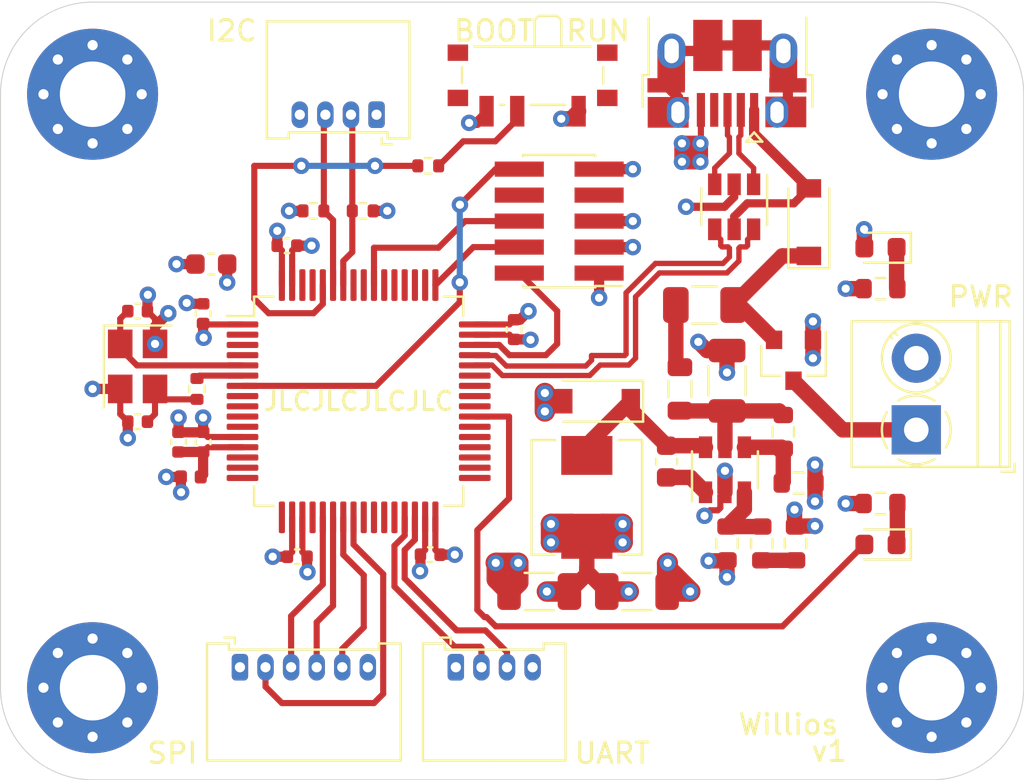
<source format=kicad_pcb>
(kicad_pcb (version 20171130) (host pcbnew "(5.1.10)-1")
  (layers (0 F.Cu signal) (1 In1.Cu power) (2 In2.Cu power) (31 B.Cu signal) (34 B.Paste user) (35 F.Paste user) (36 B.SilkS user) (37 F.SilkS user) (38 B.Mask user) (39 F.Mask user) (44 Edge.Cuts user))
  (net 0 "")
  (net 1 GND)
  (net 2 +3V3)
  (net 3 BUCK_SW)
  (net 4 BUCK_BST)
  (net 5 +3.3VA)
  (net 6 BUCK_IN)
  (net 7 HSE_IN)
  (net 8 "Net-(C14-Pad2)")
  (net 9 "Net-(D1-Pad1)")
  (net 10 +5V)
  (net 11 "Net-(D3-Pad1)")
  (net 12 "Net-(D4-Pad1)")
  (net 13 LED_STATUS)
  (net 14 "Net-(F1-Pad1)")
  (net 15 +9V)
  (net 16 UART3_RX)
  (net 17 UART3_TX)
  (net 18 I2C1_SCL)
  (net 19 I2C1_SDA)
  (net 20 SPI1_CS1)
  (net 21 SPI1_SCK)
  (net 22 SPI1_MISO)
  (net 23 SPI1_MOSI)
  (net 24 SWIDO)
  (net 25 SWCLK)
  (net 26 SWO)
  (net 27 "Net-(J4-Pad7)")
  (net 28 "Net-(J4-Pad8)")
  (net 29 NRST)
  (net 30 "Net-(J5-Pad6)")
  (net 31 USB_CONN_D-)
  (net 32 USB_CONN_D+)
  (net 33 "Net-(J5-Pad4)")
  (net 34 BOOT0)
  (net 35 "Net-(R3-Pad1)")
  (net 36 BUCK_EN)
  (net 37 BUCK_FB)
  (net 38 "Net-(R7-Pad2)")
  (net 39 HSE_OUT)
  (net 40 USB_D+)
  (net 41 USB_D-)
  (net 42 "Net-(U3-Pad2)")
  (net 43 "Net-(U3-Pad3)")
  (net 44 "Net-(U3-Pad4)")
  (net 45 "Net-(U3-Pad8)")
  (net 46 "Net-(U3-Pad9)")
  (net 47 "Net-(U3-Pad10)")
  (net 48 "Net-(U3-Pad11)")
  (net 49 "Net-(U3-Pad14)")
  (net 50 "Net-(U3-Pad15)")
  (net 51 "Net-(U3-Pad16)")
  (net 52 "Net-(U3-Pad17)")
  (net 53 "Net-(U3-Pad25)")
  (net 54 "Net-(U3-Pad26)")
  (net 55 "Net-(U3-Pad27)")
  (net 56 "Net-(U3-Pad28)")
  (net 57 "Net-(U3-Pad33)")
  (net 58 "Net-(U3-Pad34)")
  (net 59 "Net-(U3-Pad35)")
  (net 60 "Net-(U3-Pad36)")
  (net 61 "Net-(U3-Pad37)")
  (net 62 "Net-(U3-Pad38)")
  (net 63 "Net-(U3-Pad40)")
  (net 64 "Net-(U3-Pad41)")
  (net 65 "Net-(U3-Pad42)")
  (net 66 "Net-(U3-Pad43)")
  (net 67 "Net-(U3-Pad50)")
  (net 68 "Net-(U3-Pad51)")
  (net 69 "Net-(U3-Pad52)")
  (net 70 "Net-(U3-Pad53)")
  (net 71 "Net-(U3-Pad54)")
  (net 72 "Net-(U3-Pad56)")
  (net 73 "Net-(U3-Pad57)")
  (net 74 "Net-(U3-Pad61)")
  (net 75 "Net-(U3-Pad62)")
  (net 76 "Net-(U3-Pad20)")
  (module Crystal:Crystal_SMD_3225-4Pin_3.2x2.5mm (layer F.Cu) (at 111.2 121.3 270)
    (fp_text reference Y1)
    (fp_text value HSE_16MHz)
    (pad 4 smd rect (at -1.1 -0.85 270) (size 1.4 1.2) (layers F.Cu F.Paste F.Mask) (net 1 GND))
    (pad 3 smd rect (at 1.1 -0.85 270) (size 1.4 1.2) (layers F.Cu F.Paste F.Mask) (net 8 "Net-(C14-Pad2)"))
    (pad 2 smd rect (at 1.1 0.85 270) (size 1.4 1.2) (layers F.Cu F.Paste F.Mask) (net 1 GND))
    (pad 1 smd rect (at -1.1 0.85 270) (size 1.4 1.2) (layers F.Cu F.Paste F.Mask) (net 7 HSE_IN))
  )
  (module Resistor_SMD:R_0402_1005Metric (layer F.Cu) (at 119.79 113.7)
    (fp_text reference R2)
    (fp_text value 2K2)
    (pad 2 smd roundrect (at 0.51 0) (size 0.54 0.64) (layers F.Cu F.Paste F.Mask) (net 19 I2C1_SDA))
    (pad 1 smd roundrect (at -0.51 0) (size 0.54 0.64) (layers F.Cu F.Paste F.Mask) (net 2 +3V3))
  )
  (module Resistor_SMD:R_0402_1005Metric (layer F.Cu) (at 122.2 113.7 180)
    (fp_text reference R1)
    (fp_text value 2K2)
    (pad 2 smd roundrect (at 0.51 0 180) (size 0.54 0.64) (layers F.Cu F.Paste F.Mask) (net 18 I2C1_SCL))
    (pad 1 smd roundrect (at -0.51 0 180) (size 0.54 0.64) (layers F.Cu F.Paste F.Mask) (net 2 +3V3))
  )
  (module Connector_PinHeader_1.27mm:PinHeader_2x05_P1.27mm_Vertical_SMD (layer F.Cu) (at 131.8 114.2 180)
    (fp_text reference J4)
    (fp_text value SWD_Connector)
    (pad 10 smd rect (at 1.95 2.54 180) (size 2.4 0.74) (layers F.Cu F.Paste F.Mask) (net 29 NRST))
    (pad 9 smd rect (at -1.95 2.54 180) (size 2.4 0.74) (layers F.Cu F.Paste F.Mask) (net 1 GND))
    (pad 8 smd rect (at 1.95 1.27 180) (size 2.4 0.74) (layers F.Cu F.Paste F.Mask) (net 28 "Net-(J4-Pad8)"))
    (pad 7 smd rect (at -1.95 1.27 180) (size 2.4 0.74) (layers F.Cu F.Paste F.Mask) (net 27 "Net-(J4-Pad7)"))
    (pad 6 smd rect (at 1.95 0 180) (size 2.4 0.74) (layers F.Cu F.Paste F.Mask) (net 26 SWO))
    (pad 5 smd rect (at -1.95 0 180) (size 2.4 0.74) (layers F.Cu F.Paste F.Mask) (net 1 GND))
    (pad 4 smd rect (at 1.95 -1.27 180) (size 2.4 0.74) (layers F.Cu F.Paste F.Mask) (net 25 SWCLK))
    (pad 3 smd rect (at -1.95 -1.27 180) (size 2.4 0.74) (layers F.Cu F.Paste F.Mask) (net 1 GND))
    (pad 2 smd rect (at 1.95 -2.54 180) (size 2.4 0.74) (layers F.Cu F.Paste F.Mask) (net 24 SWIDO))
    (pad 1 smd rect (at -1.95 -2.54 180) (size 2.4 0.74) (layers F.Cu F.Paste F.Mask) (net 2 +3V3))
  )
  (module Connector_USB:USB_Micro-B_Amphenol_10103594-0001LF_Horizontal (layer F.Cu) (at 140 107 180)
    (fp_text reference J5)
    (fp_text value USB_B_Micro)
    (pad 6 smd rect (at 2.725 0.185 180) (size 1.35 2) (layers F.Cu F.Paste F.Mask) (net 30 "Net-(J5-Pad6)"))
    (pad 6 smd rect (at -2.755 0.185 180) (size 1.35 2) (layers F.Cu F.Paste F.Mask) (net 30 "Net-(J5-Pad6)"))
    (pad 6 smd rect (at -2.975 -0.565 180) (size 1.825 0.7) (layers F.Cu F.Paste F.Mask) (net 30 "Net-(J5-Pad6)"))
    (pad 6 smd rect (at 2.975 -0.565 180) (size 1.825 0.7) (layers F.Cu F.Paste F.Mask) (net 30 "Net-(J5-Pad6)"))
    (pad 6 smd rect (at -2.875 -1.865 180) (size 2 1.5) (layers F.Cu F.Paste F.Mask) (net 30 "Net-(J5-Pad6)"))
    (pad 6 smd rect (at 2.875 -1.885 180) (size 2 1.5) (layers F.Cu F.Paste F.Mask) (net 30 "Net-(J5-Pad6)"))
    (pad 1 smd rect (at -1.325 -1.765 270) (size 1.65 0.4) (layers F.Cu F.Paste F.Mask) (net 10 +5V))
    (pad 2 smd rect (at -0.675 -1.765 270) (size 1.65 0.4) (layers F.Cu F.Paste F.Mask) (net 31 USB_CONN_D-))
    (pad 3 smd rect (at -0.025 -1.765 270) (size 1.65 0.4) (layers F.Cu F.Paste F.Mask) (net 32 USB_CONN_D+))
    (pad 4 smd rect (at 0.625 -1.765 270) (size 1.65 0.4) (layers F.Cu F.Paste F.Mask) (net 33 "Net-(J5-Pad4)"))
    (pad 5 smd rect (at 1.275 -1.765 270) (size 1.65 0.4) (layers F.Cu F.Paste F.Mask) (net 1 GND))
    (pad 6 thru_hole oval (at -2.445 -1.885 270) (size 1.5 1.1) (drill oval 1.05 0.65) (layers *.Cu *.Mask) (net 30 "Net-(J5-Pad6)"))
    (pad 6 thru_hole oval (at 2.395 -1.885 270) (size 1.5 1.1) (drill oval 1.05 0.65) (layers *.Cu *.Mask) (net 30 "Net-(J5-Pad6)"))
    (pad 6 thru_hole oval (at -2.755 1.115 270) (size 1.7 1.35) (drill oval 1.2 0.7) (layers *.Cu *.Mask) (net 30 "Net-(J5-Pad6)"))
    (pad 6 thru_hole oval (at 2.705 1.115 270) (size 1.7 1.35) (drill oval 1.2 0.7) (layers *.Cu *.Mask) (net 30 "Net-(J5-Pad6)"))
    (pad 6 smd rect (at -0.985 1.385 270) (size 2.5 1.43) (layers F.Cu F.Paste F.Mask) (net 30 "Net-(J5-Pad6)"))
    (pad 6 smd rect (at 0.935 1.385 270) (size 2.5 1.43) (layers F.Cu F.Paste F.Mask) (net 30 "Net-(J5-Pad6)"))
  )
  (module Capacitor_SMD:C_0603_1608Metric (layer F.Cu) (at 114.8 116.3 180)
    (fp_text reference C1)
    (fp_text value 4u7)
    (pad 2 smd roundrect (at 0.775 0 180) (size 0.9 0.95) (layers F.Cu F.Paste F.Mask) (net 1 GND))
    (pad 1 smd roundrect (at -0.775 0 180) (size 0.9 0.95) (layers F.Cu F.Paste F.Mask) (net 2 +3V3))
  )
  (module Capacitor_SMD:C_0402_1005Metric (layer F.Cu) (at 114.4 118.72 90)
    (fp_text reference C2)
    (fp_text value 100n)
    (pad 2 smd roundrect (at 0.48 0 90) (size 0.56 0.62) (layers F.Cu F.Paste F.Mask) (net 1 GND))
    (pad 1 smd roundrect (at -0.48 0 90) (size 0.56 0.62) (layers F.Cu F.Paste F.Mask) (net 2 +3V3))
  )
  (module Capacitor_SMD:C_0402_1005Metric (layer F.Cu) (at 119 130.6 180)
    (fp_text reference C3)
    (fp_text value 100n)
    (pad 1 smd roundrect (at -0.48 0 180) (size 0.56 0.62) (layers F.Cu F.Paste F.Mask) (net 2 +3V3))
    (pad 2 smd roundrect (at 0.48 0 180) (size 0.56 0.62) (layers F.Cu F.Paste F.Mask) (net 1 GND))
  )
  (module Capacitor_SMD:C_0402_1005Metric (layer F.Cu) (at 125.5 130.5 180)
    (fp_text reference C4)
    (fp_text value 100n)
    (pad 2 smd roundrect (at 0.48 0 180) (size 0.56 0.62) (layers F.Cu F.Paste F.Mask) (net 1 GND))
    (pad 1 smd roundrect (at -0.48 0 180) (size 0.56 0.62) (layers F.Cu F.Paste F.Mask) (net 2 +3V3))
  )
  (module Capacitor_SMD:C_0402_1005Metric (layer F.Cu) (at 118.5 115.4)
    (fp_text reference C5)
    (fp_text value 100n)
    (pad 2 smd roundrect (at 0.48 0) (size 0.56 0.62) (layers F.Cu F.Paste F.Mask) (net 1 GND))
    (pad 1 smd roundrect (at -0.48 0) (size 0.56 0.62) (layers F.Cu F.Paste F.Mask) (net 2 +3V3))
  )
  (module Capacitor_SMD:C_0402_1005Metric (layer F.Cu) (at 129.6 119.5 270)
    (fp_text reference C6)
    (fp_text value 100n)
    (pad 1 smd roundrect (at -0.48 0 270) (size 0.56 0.62) (layers F.Cu F.Paste F.Mask) (net 2 +3V3))
    (pad 2 smd roundrect (at 0.48 0 270) (size 0.56 0.62) (layers F.Cu F.Paste F.Mask) (net 1 GND))
  )
  (module Capacitor_SMD:C_0603_1608Metric (layer F.Cu) (at 137.05 125.95 270)
    (fp_text reference C7)
    (fp_text value 10n)
    (pad 1 smd roundrect (at -0.775 0 270) (size 0.9 0.95) (layers F.Cu F.Paste F.Mask) (net 3 BUCK_SW))
    (pad 2 smd roundrect (at 0.775 0 270) (size 0.9 0.95) (layers F.Cu F.Paste F.Mask) (net 4 BUCK_BST))
  )
  (module Capacitor_SMD:C_0402_1005Metric (layer F.Cu) (at 113.2 125 90)
    (fp_text reference C8)
    (fp_text value 1u)
    (pad 2 smd roundrect (at 0.48 0 90) (size 0.56 0.62) (layers F.Cu F.Paste F.Mask) (net 1 GND))
    (pad 1 smd roundrect (at -0.48 0 90) (size 0.56 0.62) (layers F.Cu F.Paste F.Mask) (net 5 +3.3VA))
  )
  (module Capacitor_SMD:C_0402_1005Metric (layer F.Cu) (at 114.4 125 90)
    (fp_text reference C9)
    (fp_text value 10n)
    (pad 1 smd roundrect (at -0.48 0 90) (size 0.56 0.62) (layers F.Cu F.Paste F.Mask) (net 5 +3.3VA))
    (pad 2 smd roundrect (at 0.48 0 90) (size 0.56 0.62) (layers F.Cu F.Paste F.Mask) (net 1 GND))
  )
  (module Capacitor_SMD:C_1206_3216Metric (layer F.Cu) (at 140 122 270)
    (fp_text reference C10)
    (fp_text value 10u)
    (pad 2 smd roundrect (at 1.475 0 270) (size 1.15 1.8) (layers F.Cu F.Paste F.Mask) (roundrect_rratio 0.2173904347826087) (net 6 BUCK_IN))
    (pad 1 smd roundrect (at -1.475 0 270) (size 1.15 1.8) (layers F.Cu F.Paste F.Mask) (roundrect_rratio 0.2173904347826087) (net 1 GND))
  )
  (module Capacitor_SMD:C_1206_3216Metric (layer F.Cu) (at 135.6 132.3 180)
    (fp_text reference C11)
    (fp_text value 10u)
    (pad 2 smd roundrect (at 1.475 0 180) (size 1.15 1.8) (layers F.Cu F.Paste F.Mask) (roundrect_rratio 0.2173904347826087) (net 2 +3V3))
    (pad 1 smd roundrect (at -1.475 0 180) (size 1.15 1.8) (layers F.Cu F.Paste F.Mask) (roundrect_rratio 0.2173904347826087) (net 1 GND))
  )
  (module Capacitor_SMD:C_1206_3216Metric (layer F.Cu) (at 130.825 132.3)
    (fp_text reference C12)
    (fp_text value 10u)
    (pad 1 smd roundrect (at -1.475 0) (size 1.15 1.8) (layers F.Cu F.Paste F.Mask) (roundrect_rratio 0.2173904347826087) (net 1 GND))
    (pad 2 smd roundrect (at 1.475 0) (size 1.15 1.8) (layers F.Cu F.Paste F.Mask) (roundrect_rratio 0.2173904347826087) (net 2 +3V3))
  )
  (module Capacitor_SMD:C_0402_1005Metric (layer F.Cu) (at 111.2 118.6 180)
    (fp_text reference C13)
    (fp_text value 12p)
    (pad 1 smd roundrect (at -0.48 0 180) (size 0.56 0.62) (layers F.Cu F.Paste F.Mask) (net 1 GND))
    (pad 2 smd roundrect (at 0.48 0 180) (size 0.56 0.62) (layers F.Cu F.Paste F.Mask) (net 7 HSE_IN))
  )
  (module Capacitor_SMD:C_0402_1005Metric (layer F.Cu) (at 111.2 124)
    (fp_text reference C14)
    (fp_text value 12p)
    (pad 2 smd roundrect (at 0.48 0) (size 0.56 0.62) (layers F.Cu F.Paste F.Mask) (net 8 "Net-(C14-Pad2)"))
    (pad 1 smd roundrect (at -0.48 0) (size 0.56 0.62) (layers F.Cu F.Paste F.Mask) (net 1 GND))
  )
  (module Diode_SMD:D_SOD-123 (layer F.Cu) (at 144 114.25 90)
    (fp_text reference D1)
    (fp_text value B5819W)
    (pad 1 smd rect (at -1.65 0 90) (size 0.9 1.2) (layers F.Cu F.Paste F.Mask) (net 9 "Net-(D1-Pad1)"))
    (pad 2 smd rect (at 1.65 0 90) (size 0.9 1.2) (layers F.Cu F.Paste F.Mask) (net 10 +5V))
  )
  (module Diode_SMD:D_SOD-123 (layer F.Cu) (at 133.65 123 180)
    (fp_text reference D2)
    (fp_text value B5819W)
    (pad 2 smd rect (at 1.65 0 180) (size 0.9 1.2) (layers F.Cu F.Paste F.Mask) (net 1 GND))
    (pad 1 smd rect (at -1.65 0 180) (size 0.9 1.2) (layers F.Cu F.Paste F.Mask) (net 3 BUCK_SW))
  )
  (module LED_SMD:LED_0603_1608Metric (layer F.Cu) (at 147.5 115.5 180)
    (fp_text reference D3)
    (fp_text value YELLOW)
    (pad 1 smd roundrect (at -0.7875 0 180) (size 0.875 0.95) (layers F.Cu F.Paste F.Mask) (net 11 "Net-(D3-Pad1)"))
    (pad 2 smd roundrect (at 0.7875 0 180) (size 0.875 0.95) (layers F.Cu F.Paste F.Mask) (net 2 +3V3))
  )
  (module LED_SMD:LED_0603_1608Metric (layer F.Cu) (at 147.5 130 180)
    (fp_text reference D4)
    (fp_text value GREEN)
    (pad 1 smd roundrect (at -0.7875 0 180) (size 0.875 0.95) (layers F.Cu F.Paste F.Mask) (net 12 "Net-(D4-Pad1)"))
    (pad 2 smd roundrect (at 0.7875 0 180) (size 0.875 0.95) (layers F.Cu F.Paste F.Mask) (net 13 LED_STATUS))
  )
  (module Fuse:Fuse_1206_3216Metric (layer F.Cu) (at 138.9 118.3)
    (fp_text reference F1)
    (fp_text value 250mA)
    (pad 1 smd roundrect (at -1.4 0) (size 1.25 1.75) (layers F.Cu F.Paste F.Mask) (roundrect_rratio 0.2) (net 14 "Net-(F1-Pad1)"))
    (pad 2 smd roundrect (at 1.4 0) (size 1.25 1.75) (layers F.Cu F.Paste F.Mask) (roundrect_rratio 0.2) (net 9 "Net-(D1-Pad1)"))
  )
  (module Inductor_SMD:L_0805_2012Metric (layer F.Cu) (at 137.7 122.4 90)
    (fp_text reference FB1)
    (fp_text value "600 @ 600MHz")
    (pad 1 smd roundrect (at -1.0625 0 90) (size 0.875 1.2) (layers F.Cu F.Paste F.Mask) (net 6 BUCK_IN))
    (pad 2 smd roundrect (at 1.0625 0 90) (size 0.875 1.2) (layers F.Cu F.Paste F.Mask) (net 14 "Net-(F1-Pad1)"))
  )
  (module MountingHole:MountingHole_3.2mm_M3_Pad_Via (layer F.Cu) (at 109 108)
    (fp_text reference H1)
    (fp_text value MountingHole_Pad)
    (pad 1 thru_hole circle (at 1.697056 -1.697056) (size 0.8 0.8) (drill 0.5) (layers *.Cu *.Mask) (net 1 GND))
    (pad 1 thru_hole circle (at 0 -2.4) (size 0.8 0.8) (drill 0.5) (layers *.Cu *.Mask) (net 1 GND))
    (pad 1 thru_hole circle (at -1.697056 -1.697056) (size 0.8 0.8) (drill 0.5) (layers *.Cu *.Mask) (net 1 GND))
    (pad 1 thru_hole circle (at -2.4 0) (size 0.8 0.8) (drill 0.5) (layers *.Cu *.Mask) (net 1 GND))
    (pad 1 thru_hole circle (at -1.697056 1.697056) (size 0.8 0.8) (drill 0.5) (layers *.Cu *.Mask) (net 1 GND))
    (pad 1 thru_hole circle (at 0 2.4) (size 0.8 0.8) (drill 0.5) (layers *.Cu *.Mask) (net 1 GND))
    (pad 1 thru_hole circle (at 1.697056 1.697056) (size 0.8 0.8) (drill 0.5) (layers *.Cu *.Mask) (net 1 GND))
    (pad 1 thru_hole circle (at 2.4 0) (size 0.8 0.8) (drill 0.5) (layers *.Cu *.Mask) (net 1 GND))
    (pad 1 thru_hole circle (at 0 0) (size 6.4 6.4) (drill 3.2) (layers *.Cu *.Mask) (net 1 GND))
  )
  (module MountingHole:MountingHole_3.2mm_M3_Pad_Via (layer F.Cu) (at 150 108)
    (fp_text reference H2)
    (fp_text value MountingHole_Pad)
    (pad 1 thru_hole circle (at 1.697056 -1.697056) (size 0.8 0.8) (drill 0.5) (layers *.Cu *.Mask) (net 1 GND))
    (pad 1 thru_hole circle (at 0 -2.4) (size 0.8 0.8) (drill 0.5) (layers *.Cu *.Mask) (net 1 GND))
    (pad 1 thru_hole circle (at -1.697056 -1.697056) (size 0.8 0.8) (drill 0.5) (layers *.Cu *.Mask) (net 1 GND))
    (pad 1 thru_hole circle (at -2.4 0) (size 0.8 0.8) (drill 0.5) (layers *.Cu *.Mask) (net 1 GND))
    (pad 1 thru_hole circle (at -1.697056 1.697056) (size 0.8 0.8) (drill 0.5) (layers *.Cu *.Mask) (net 1 GND))
    (pad 1 thru_hole circle (at 0 2.4) (size 0.8 0.8) (drill 0.5) (layers *.Cu *.Mask) (net 1 GND))
    (pad 1 thru_hole circle (at 1.697056 1.697056) (size 0.8 0.8) (drill 0.5) (layers *.Cu *.Mask) (net 1 GND))
    (pad 1 thru_hole circle (at 2.4 0) (size 0.8 0.8) (drill 0.5) (layers *.Cu *.Mask) (net 1 GND))
    (pad 1 thru_hole circle (at 0 0) (size 6.4 6.4) (drill 3.2) (layers *.Cu *.Mask) (net 1 GND))
  )
  (module MountingHole:MountingHole_3.2mm_M3_Pad_Via (layer F.Cu) (at 109 137)
    (fp_text reference H3)
    (fp_text value MountingHole_Pad)
    (pad 1 thru_hole circle (at 0 0) (size 6.4 6.4) (drill 3.2) (layers *.Cu *.Mask) (net 1 GND))
    (pad 1 thru_hole circle (at 2.4 0) (size 0.8 0.8) (drill 0.5) (layers *.Cu *.Mask) (net 1 GND))
    (pad 1 thru_hole circle (at 1.697056 1.697056) (size 0.8 0.8) (drill 0.5) (layers *.Cu *.Mask) (net 1 GND))
    (pad 1 thru_hole circle (at 0 2.4) (size 0.8 0.8) (drill 0.5) (layers *.Cu *.Mask) (net 1 GND))
    (pad 1 thru_hole circle (at -1.697056 1.697056) (size 0.8 0.8) (drill 0.5) (layers *.Cu *.Mask) (net 1 GND))
    (pad 1 thru_hole circle (at -2.4 0) (size 0.8 0.8) (drill 0.5) (layers *.Cu *.Mask) (net 1 GND))
    (pad 1 thru_hole circle (at -1.697056 -1.697056) (size 0.8 0.8) (drill 0.5) (layers *.Cu *.Mask) (net 1 GND))
    (pad 1 thru_hole circle (at 0 -2.4) (size 0.8 0.8) (drill 0.5) (layers *.Cu *.Mask) (net 1 GND))
    (pad 1 thru_hole circle (at 1.697056 -1.697056) (size 0.8 0.8) (drill 0.5) (layers *.Cu *.Mask) (net 1 GND))
  )
  (module MountingHole:MountingHole_3.2mm_M3_Pad_Via (layer F.Cu) (at 150 137)
    (fp_text reference H4)
    (fp_text value MountingHole_Pad)
    (pad 1 thru_hole circle (at 1.697056 -1.697056) (size 0.8 0.8) (drill 0.5) (layers *.Cu *.Mask) (net 1 GND))
    (pad 1 thru_hole circle (at 0 -2.4) (size 0.8 0.8) (drill 0.5) (layers *.Cu *.Mask) (net 1 GND))
    (pad 1 thru_hole circle (at -1.697056 -1.697056) (size 0.8 0.8) (drill 0.5) (layers *.Cu *.Mask) (net 1 GND))
    (pad 1 thru_hole circle (at -2.4 0) (size 0.8 0.8) (drill 0.5) (layers *.Cu *.Mask) (net 1 GND))
    (pad 1 thru_hole circle (at -1.697056 1.697056) (size 0.8 0.8) (drill 0.5) (layers *.Cu *.Mask) (net 1 GND))
    (pad 1 thru_hole circle (at 0 2.4) (size 0.8 0.8) (drill 0.5) (layers *.Cu *.Mask) (net 1 GND))
    (pad 1 thru_hole circle (at 1.697056 1.697056) (size 0.8 0.8) (drill 0.5) (layers *.Cu *.Mask) (net 1 GND))
    (pad 1 thru_hole circle (at 2.4 0) (size 0.8 0.8) (drill 0.5) (layers *.Cu *.Mask) (net 1 GND))
    (pad 1 thru_hole circle (at 0 0) (size 6.4 6.4) (drill 3.2) (layers *.Cu *.Mask) (net 1 GND))
  )
  (module Connector_Molex:Molex_PicoBlade_53048-0410_1x04_P1.25mm_Horizontal (layer F.Cu) (at 126.75 136)
    (fp_text reference J1)
    (fp_text value Conn_01x04_UART)
    (pad 4 thru_hole oval (at 3.75 0) (size 0.8 1.3) (drill 0.5) (layers *.Cu *.Mask) (net 1 GND))
    (pad 3 thru_hole oval (at 2.5 0) (size 0.8 1.3) (drill 0.5) (layers *.Cu *.Mask) (net 16 UART3_RX))
    (pad 2 thru_hole oval (at 1.25 0) (size 0.8 1.3) (drill 0.5) (layers *.Cu *.Mask) (net 17 UART3_TX))
    (pad 1 thru_hole roundrect (at 0 0) (size 0.8 1.3) (drill 0.5) (layers *.Cu *.Mask) (net 2 +3V3))
  )
  (module Connector_Molex:Molex_PicoBlade_53048-0410_1x04_P1.25mm_Horizontal (layer F.Cu) (at 122.875 109 180)
    (fp_text reference J2)
    (fp_text value Conn_01x04_I2C)
    (pad 1 thru_hole roundrect (at 0 0 180) (size 0.8 1.3) (drill 0.5) (layers *.Cu *.Mask) (net 2 +3V3))
    (pad 2 thru_hole oval (at 1.25 0 180) (size 0.8 1.3) (drill 0.5) (layers *.Cu *.Mask) (net 18 I2C1_SCL))
    (pad 3 thru_hole oval (at 2.5 0 180) (size 0.8 1.3) (drill 0.5) (layers *.Cu *.Mask) (net 19 I2C1_SDA))
    (pad 4 thru_hole oval (at 3.75 0 180) (size 0.8 1.3) (drill 0.5) (layers *.Cu *.Mask) (net 1 GND))
  )
  (module Connector_Molex:Molex_PicoBlade_53048-0610_1x06_P1.25mm_Horizontal (layer F.Cu) (at 116.2 136)
    (fp_text reference J3)
    (fp_text value Conn_01x06_SPI)
    (pad 1 thru_hole roundrect (at 0 0) (size 0.8 1.3) (drill 0.5) (layers *.Cu *.Mask) (net 2 +3V3))
    (pad 2 thru_hole oval (at 1.25 0) (size 0.8 1.3) (drill 0.5) (layers *.Cu *.Mask) (net 20 SPI1_CS1))
    (pad 3 thru_hole oval (at 2.5 0) (size 0.8 1.3) (drill 0.5) (layers *.Cu *.Mask) (net 21 SPI1_SCK))
    (pad 4 thru_hole oval (at 3.75 0) (size 0.8 1.3) (drill 0.5) (layers *.Cu *.Mask) (net 22 SPI1_MISO))
    (pad 5 thru_hole oval (at 5 0) (size 0.8 1.3) (drill 0.5) (layers *.Cu *.Mask) (net 23 SPI1_MOSI))
    (pad 6 thru_hole oval (at 6.25 0) (size 0.8 1.3) (drill 0.5) (layers *.Cu *.Mask) (net 1 GND))
  )
  (module TerminalBlock_Phoenix:TerminalBlock_Phoenix_PT-1,5-2-3.5-H_1x02_P3.50mm_Horizontal (layer F.Cu) (at 149.25 124.4 90)
    (fp_text reference J6)
    (fp_text value Screw_Terminal_01x02)
    (pad 1 thru_hole rect (at 0 0 90) (size 2.4 2.4) (drill 1.2) (layers *.Cu *.Mask) (net 15 +9V))
    (pad 2 thru_hole circle (at 3.5 0 90) (size 2.4 2.4) (drill 1.2) (layers *.Cu *.Mask) (net 1 GND))
  )
  (module Inductor_SMD:L_0402_1005Metric (layer F.Cu) (at 113.8 126.7)
    (fp_text reference L1)
    (fp_text value 39n)
    (pad 1 smd roundrect (at -0.485 0) (size 0.59 0.64) (layers F.Cu F.Paste F.Mask) (net 2 +3V3))
    (pad 2 smd roundrect (at 0.485 0) (size 0.59 0.64) (layers F.Cu F.Paste F.Mask) (net 5 +3.3VA))
  )
  (module Inductor_SMD:L_Sunlord_MWSA0518_5.4x5.2mm (layer F.Cu) (at 133.15 127.7 270)
    (fp_text reference L2)
    (fp_text value 10u)
    (pad 1 smd rect (at -2.05 0 270) (size 1.9 2.5) (layers F.Cu F.Paste F.Mask) (net 3 BUCK_SW))
    (pad 2 smd rect (at 2.05 0 270) (size 1.9 2.5) (layers F.Cu F.Paste F.Mask) (net 2 +3V3))
  )
  (module Package_TO_SOT_SMD:SOT-23 (layer F.Cu) (at 143.25 121 270)
    (fp_text reference Q1)
    (fp_text value AO3401A)
    (pad 1 smd rect (at -1 -0.95 270) (size 0.9 0.8) (layers F.Cu F.Paste F.Mask) (net 1 GND))
    (pad 2 smd rect (at -1 0.95 270) (size 0.9 0.8) (layers F.Cu F.Paste F.Mask) (net 9 "Net-(D1-Pad1)"))
    (pad 3 smd rect (at 1 0 270) (size 0.9 0.8) (layers F.Cu F.Paste F.Mask) (net 15 +9V))
  )
  (module Resistor_SMD:R_0402_1005Metric (layer F.Cu) (at 125.4 111.5 180)
    (fp_text reference R3)
    (fp_text value 10K)
    (pad 2 smd roundrect (at 0.51 0 180) (size 0.54 0.64) (layers F.Cu F.Paste F.Mask) (net 34 BOOT0))
    (pad 1 smd roundrect (at -0.51 0 180) (size 0.54 0.64) (layers F.Cu F.Paste F.Mask) (net 35 "Net-(R3-Pad1)"))
  )
  (module Resistor_SMD:R_0603_1608Metric (layer F.Cu) (at 142.75 124.5 270)
    (fp_text reference R4)
    (fp_text value 100K)
    (pad 1 smd roundrect (at -0.825 0 270) (size 0.8 0.95) (layers F.Cu F.Paste F.Mask) (net 6 BUCK_IN))
    (pad 2 smd roundrect (at 0.825 0 270) (size 0.8 0.95) (layers F.Cu F.Paste F.Mask) (net 36 BUCK_EN))
  )
  (module Resistor_SMD:R_0603_1608Metric (layer F.Cu) (at 143.5 127)
    (fp_text reference R5)
    (fp_text value 68K)
    (pad 2 smd roundrect (at 0.825 0) (size 0.8 0.95) (layers F.Cu F.Paste F.Mask) (net 1 GND))
    (pad 1 smd roundrect (at -0.825 0) (size 0.8 0.95) (layers F.Cu F.Paste F.Mask) (net 36 BUCK_EN))
  )
  (module Resistor_SMD:R_0603_1608Metric (layer F.Cu) (at 140 129.95 90)
    (fp_text reference R6)
    (fp_text value 47K)
    (pad 2 smd roundrect (at 0.825 0 90) (size 0.8 0.95) (layers F.Cu F.Paste F.Mask) (net 37 BUCK_FB))
    (pad 1 smd roundrect (at -0.825 0 90) (size 0.8 0.95) (layers F.Cu F.Paste F.Mask) (net 2 +3V3))
  )
  (module Resistor_SMD:R_0603_1608Metric (layer F.Cu) (at 141.7 129.95 270)
    (fp_text reference R7)
    (fp_text value 15K)
    (pad 2 smd roundrect (at 0.825 0 270) (size 0.8 0.95) (layers F.Cu F.Paste F.Mask) (net 38 "Net-(R7-Pad2)"))
    (pad 1 smd roundrect (at -0.825 0 270) (size 0.8 0.95) (layers F.Cu F.Paste F.Mask) (net 37 BUCK_FB))
  )
  (module Resistor_SMD:R_0603_1608Metric (layer F.Cu) (at 143.35 129.95 90)
    (fp_text reference R8)
    (fp_text value 270)
    (pad 2 smd roundrect (at 0.825 0 90) (size 0.8 0.95) (layers F.Cu F.Paste F.Mask) (net 1 GND))
    (pad 1 smd roundrect (at -0.825 0 90) (size 0.8 0.95) (layers F.Cu F.Paste F.Mask) (net 38 "Net-(R7-Pad2)"))
  )
  (module Resistor_SMD:R_0402_1005Metric (layer F.Cu) (at 114.1 122.4 270)
    (fp_text reference R9)
    (fp_text value 47)
    (pad 1 smd roundrect (at -0.51 0 270) (size 0.54 0.64) (layers F.Cu F.Paste F.Mask) (net 39 HSE_OUT))
    (pad 2 smd roundrect (at 0.51 0 270) (size 0.54 0.64) (layers F.Cu F.Paste F.Mask) (net 8 "Net-(C14-Pad2)"))
  )
  (module Resistor_SMD:R_0603_1608Metric (layer F.Cu) (at 147.5 117.5 180)
    (fp_text reference R10)
    (fp_text value 1K)
    (pad 2 smd roundrect (at 0.825 0 180) (size 0.8 0.95) (layers F.Cu F.Paste F.Mask) (net 1 GND))
    (pad 1 smd roundrect (at -0.825 0 180) (size 0.8 0.95) (layers F.Cu F.Paste F.Mask) (net 11 "Net-(D3-Pad1)"))
  )
  (module Resistor_SMD:R_0603_1608Metric (layer F.Cu) (at 147.5 128 180)
    (fp_text reference R11)
    (fp_text value 1K5)
    (pad 1 smd roundrect (at -0.825 0 180) (size 0.8 0.95) (layers F.Cu F.Paste F.Mask) (net 12 "Net-(D4-Pad1)"))
    (pad 2 smd roundrect (at 0.825 0 180) (size 0.8 0.95) (layers F.Cu F.Paste F.Mask) (net 1 GND))
  )
  (module Button_Switch_SMD:SW_SPDT_PCM12 (layer F.Cu) (at 130.5 107.4 180)
    (fp_text reference SW1)
    (fp_text value SW_SPDT)
    (pad "" smd rect (at -3.65 -0.78 180) (size 1 0.8) (layers F.Cu F.Paste F.Mask))
    (pad "" smd rect (at 3.65 -0.78 180) (size 1 0.8) (layers F.Cu F.Paste F.Mask))
    (pad "" smd rect (at 3.65 1.43 180) (size 1 0.8) (layers F.Cu F.Paste F.Mask))
    (pad "" smd rect (at -3.65 1.43 180) (size 1 0.8) (layers F.Cu F.Paste F.Mask))
    (pad 3 smd rect (at 2.25 -1.43 180) (size 0.7 1.5) (layers F.Cu F.Paste F.Mask) (net 1 GND))
    (pad 2 smd rect (at 0.75 -1.43 180) (size 0.7 1.5) (layers F.Cu F.Paste F.Mask) (net 35 "Net-(R3-Pad1)"))
    (pad 1 smd rect (at -2.25 -1.43 180) (size 0.7 1.5) (layers F.Cu F.Paste F.Mask) (net 2 +3V3))
    (pad "" np_thru_hole circle (at 1.5 0.33 180) (size 0.9 0.9) (drill 0.9) (layers *.Cu *.Mask))
    (pad "" np_thru_hole circle (at -1.5 0.33 180) (size 0.9 0.9) (drill 0.9) (layers *.Cu *.Mask))
  )
  (module Package_TO_SOT_SMD:SOT-23-6 (layer F.Cu) (at 140.35 113.5 270)
    (fp_text reference U1)
    (fp_text value USBLC6-2SC6)
    (pad 1 smd rect (at -1.1 -0.95 270) (size 1.06 0.65) (layers F.Cu F.Paste F.Mask) (net 31 USB_CONN_D-))
    (pad 2 smd rect (at -1.1 0 270) (size 1.06 0.65) (layers F.Cu F.Paste F.Mask) (net 1 GND))
    (pad 3 smd rect (at -1.1 0.95 270) (size 1.06 0.65) (layers F.Cu F.Paste F.Mask) (net 32 USB_CONN_D+))
    (pad 4 smd rect (at 1.1 0.95 270) (size 1.06 0.65) (layers F.Cu F.Paste F.Mask) (net 40 USB_D+))
    (pad 6 smd rect (at 1.1 -0.95 270) (size 1.06 0.65) (layers F.Cu F.Paste F.Mask) (net 41 USB_D-))
    (pad 5 smd rect (at 1.1 0 270) (size 1.06 0.65) (layers F.Cu F.Paste F.Mask) (net 10 +5V))
  )
  (module Package_TO_SOT_SMD:SOT-23-6 (layer F.Cu) (at 139.9 126.35 90)
    (fp_text reference U2)
    (fp_text value MP2359DJ-LF-Z)
    (pad 5 smd rect (at 1.1 0 90) (size 1.06 0.65) (layers F.Cu F.Paste F.Mask) (net 6 BUCK_IN))
    (pad 6 smd rect (at 1.1 -0.95 90) (size 1.06 0.65) (layers F.Cu F.Paste F.Mask) (net 3 BUCK_SW))
    (pad 4 smd rect (at 1.1 0.95 90) (size 1.06 0.65) (layers F.Cu F.Paste F.Mask) (net 36 BUCK_EN))
    (pad 3 smd rect (at -1.1 0.95 90) (size 1.06 0.65) (layers F.Cu F.Paste F.Mask) (net 37 BUCK_FB))
    (pad 2 smd rect (at -1.1 0 90) (size 1.06 0.65) (layers F.Cu F.Paste F.Mask) (net 1 GND))
    (pad 1 smd rect (at -1.1 -0.95 90) (size 1.06 0.65) (layers F.Cu F.Paste F.Mask) (net 4 BUCK_BST))
  )
  (module Package_QFP:LQFP-64_10x10mm_P0.5mm (layer F.Cu) (at 122 123)
    (fp_text reference U3)
    (fp_text value STM32L476RGT6U)
    (pad 1 smd roundrect (at -5.675 -3.75) (size 1.55 0.3) (layers F.Cu F.Paste F.Mask) (net 2 +3V3))
    (pad 2 smd roundrect (at -5.675 -3.25) (size 1.55 0.3) (layers F.Cu F.Paste F.Mask) (net 42 "Net-(U3-Pad2)"))
    (pad 3 smd roundrect (at -5.675 -2.75) (size 1.55 0.3) (layers F.Cu F.Paste F.Mask) (net 43 "Net-(U3-Pad3)"))
    (pad 4 smd roundrect (at -5.675 -2.25) (size 1.55 0.3) (layers F.Cu F.Paste F.Mask) (net 44 "Net-(U3-Pad4)"))
    (pad 5 smd roundrect (at -5.675 -1.75) (size 1.55 0.3) (layers F.Cu F.Paste F.Mask) (net 7 HSE_IN))
    (pad 6 smd roundrect (at -5.675 -1.25) (size 1.55 0.3) (layers F.Cu F.Paste F.Mask) (net 39 HSE_OUT))
    (pad 7 smd roundrect (at -5.675 -0.75) (size 1.55 0.3) (layers F.Cu F.Paste F.Mask) (net 29 NRST))
    (pad 8 smd roundrect (at -5.675 -0.25) (size 1.55 0.3) (layers F.Cu F.Paste F.Mask) (net 45 "Net-(U3-Pad8)"))
    (pad 9 smd roundrect (at -5.675 0.25) (size 1.55 0.3) (layers F.Cu F.Paste F.Mask) (net 46 "Net-(U3-Pad9)"))
    (pad 10 smd roundrect (at -5.675 0.75) (size 1.55 0.3) (layers F.Cu F.Paste F.Mask) (net 47 "Net-(U3-Pad10)"))
    (pad 11 smd roundrect (at -5.675 1.25) (size 1.55 0.3) (layers F.Cu F.Paste F.Mask) (net 48 "Net-(U3-Pad11)"))
    (pad 12 smd roundrect (at -5.675 1.75) (size 1.55 0.3) (layers F.Cu F.Paste F.Mask) (net 1 GND))
    (pad 13 smd roundrect (at -5.675 2.25) (size 1.55 0.3) (layers F.Cu F.Paste F.Mask) (net 5 +3.3VA))
    (pad 14 smd roundrect (at -5.675 2.75) (size 1.55 0.3) (layers F.Cu F.Paste F.Mask) (net 49 "Net-(U3-Pad14)"))
    (pad 15 smd roundrect (at -5.675 3.25) (size 1.55 0.3) (layers F.Cu F.Paste F.Mask) (net 50 "Net-(U3-Pad15)"))
    (pad 16 smd roundrect (at -5.675 3.75) (size 1.55 0.3) (layers F.Cu F.Paste F.Mask) (net 51 "Net-(U3-Pad16)"))
    (pad 17 smd roundrect (at -3.75 5.675) (size 0.3 1.55) (layers F.Cu F.Paste F.Mask) (net 52 "Net-(U3-Pad17)"))
    (pad 18 smd roundrect (at -3.25 5.675) (size 0.3 1.55) (layers F.Cu F.Paste F.Mask) (net 1 GND))
    (pad 19 smd roundrect (at -2.75 5.675) (size 0.3 1.55) (layers F.Cu F.Paste F.Mask) (net 2 +3V3))
    (pad 20 smd roundrect (at -2.25 5.675) (size 0.3 1.55) (layers F.Cu F.Paste F.Mask) (net 76 "Net-(U3-Pad20)"))
    (pad 21 smd roundrect (at -1.75 5.675) (size 0.3 1.55) (layers F.Cu F.Paste F.Mask) (net 21 SPI1_SCK))
    (pad 22 smd roundrect (at -1.25 5.675) (size 0.3 1.55) (layers F.Cu F.Paste F.Mask) (net 22 SPI1_MISO))
    (pad 23 smd roundrect (at -0.75 5.675) (size 0.3 1.55) (layers F.Cu F.Paste F.Mask) (net 23 SPI1_MOSI))
    (pad 24 smd roundrect (at -0.25 5.675) (size 0.3 1.55) (layers F.Cu F.Paste F.Mask) (net 20 SPI1_CS1))
    (pad 25 smd roundrect (at 0.25 5.675) (size 0.3 1.55) (layers F.Cu F.Paste F.Mask) (net 53 "Net-(U3-Pad25)"))
    (pad 26 smd roundrect (at 0.75 5.675) (size 0.3 1.55) (layers F.Cu F.Paste F.Mask) (net 54 "Net-(U3-Pad26)"))
    (pad 27 smd roundrect (at 1.25 5.675) (size 0.3 1.55) (layers F.Cu F.Paste F.Mask) (net 55 "Net-(U3-Pad27)"))
    (pad 28 smd roundrect (at 1.75 5.675) (size 0.3 1.55) (layers F.Cu F.Paste F.Mask) (net 56 "Net-(U3-Pad28)"))
    (pad 29 smd roundrect (at 2.25 5.675) (size 0.3 1.55) (layers F.Cu F.Paste F.Mask) (net 17 UART3_TX))
    (pad 30 smd roundrect (at 2.75 5.675) (size 0.3 1.55) (layers F.Cu F.Paste F.Mask) (net 16 UART3_RX))
    (pad 31 smd roundrect (at 3.25 5.675) (size 0.3 1.55) (layers F.Cu F.Paste F.Mask) (net 1 GND))
    (pad 32 smd roundrect (at 3.75 5.675) (size 0.3 1.55) (layers F.Cu F.Paste F.Mask) (net 2 +3V3))
    (pad 33 smd roundrect (at 5.675 3.75) (size 1.55 0.3) (layers F.Cu F.Paste F.Mask) (net 57 "Net-(U3-Pad33)"))
    (pad 34 smd roundrect (at 5.675 3.25) (size 1.55 0.3) (layers F.Cu F.Paste F.Mask) (net 58 "Net-(U3-Pad34)"))
    (pad 35 smd roundrect (at 5.675 2.75) (size 1.55 0.3) (layers F.Cu F.Paste F.Mask) (net 59 "Net-(U3-Pad35)"))
    (pad 36 smd roundrect (at 5.675 2.25) (size 1.55 0.3) (layers F.Cu F.Paste F.Mask) (net 60 "Net-(U3-Pad36)"))
    (pad 37 smd roundrect (at 5.675 1.75) (size 1.55 0.3) (layers F.Cu F.Paste F.Mask) (net 61 "Net-(U3-Pad37)"))
    (pad 38 smd roundrect (at 5.675 1.25) (size 1.55 0.3) (layers F.Cu F.Paste F.Mask) (net 62 "Net-(U3-Pad38)"))
    (pad 39 smd roundrect (at 5.675 0.75) (size 1.55 0.3) (layers F.Cu F.Paste F.Mask) (net 13 LED_STATUS))
    (pad 40 smd roundrect (at 5.675 0.25) (size 1.55 0.3) (layers F.Cu F.Paste F.Mask) (net 63 "Net-(U3-Pad40)"))
    (pad 41 smd roundrect (at 5.675 -0.25) (size 1.55 0.3) (layers F.Cu F.Paste F.Mask) (net 64 "Net-(U3-Pad41)"))
    (pad 42 smd roundrect (at 5.675 -0.75) (size 1.55 0.3) (layers F.Cu F.Paste F.Mask) (net 65 "Net-(U3-Pad42)"))
    (pad 43 smd roundrect (at 5.675 -1.25) (size 1.55 0.3) (layers F.Cu F.Paste F.Mask) (net 66 "Net-(U3-Pad43)"))
    (pad 44 smd roundrect (at 5.675 -1.75) (size 1.55 0.3) (layers F.Cu F.Paste F.Mask) (net 41 USB_D-))
    (pad 45 smd roundrect (at 5.675 -2.25) (size 1.55 0.3) (layers F.Cu F.Paste F.Mask) (net 40 USB_D+))
    (pad 46 smd roundrect (at 5.675 -2.75) (size 1.55 0.3) (layers F.Cu F.Paste F.Mask) (net 24 SWIDO))
    (pad 47 smd roundrect (at 5.675 -3.25) (size 1.55 0.3) (layers F.Cu F.Paste F.Mask) (net 1 GND))
    (pad 48 smd roundrect (at 5.675 -3.75) (size 1.55 0.3) (layers F.Cu F.Paste F.Mask) (net 2 +3V3))
    (pad 49 smd roundrect (at 3.75 -5.675) (size 0.3 1.55) (layers F.Cu F.Paste F.Mask) (net 25 SWCLK))
    (pad 50 smd roundrect (at 3.25 -5.675) (size 0.3 1.55) (layers F.Cu F.Paste F.Mask) (net 67 "Net-(U3-Pad50)"))
    (pad 51 smd roundrect (at 2.75 -5.675) (size 0.3 1.55) (layers F.Cu F.Paste F.Mask) (net 68 "Net-(U3-Pad51)"))
    (pad 52 smd roundrect (at 2.25 -5.675) (size 0.3 1.55) (layers F.Cu F.Paste F.Mask) (net 69 "Net-(U3-Pad52)"))
    (pad 53 smd roundrect (at 1.75 -5.675) (size 0.3 1.55) (layers F.Cu F.Paste F.Mask) (net 70 "Net-(U3-Pad53)"))
    (pad 54 smd roundrect (at 1.25 -5.675) (size 0.3 1.55) (layers F.Cu F.Paste F.Mask) (net 71 "Net-(U3-Pad54)"))
    (pad 55 smd roundrect (at 0.75 -5.675) (size 0.3 1.55) (layers F.Cu F.Paste F.Mask) (net 26 SWO))
    (pad 56 smd roundrect (at 0.25 -5.675) (size 0.3 1.55) (layers F.Cu F.Paste F.Mask) (net 72 "Net-(U3-Pad56)"))
    (pad 57 smd roundrect (at -0.25 -5.675) (size 0.3 1.55) (layers F.Cu F.Paste F.Mask) (net 73 "Net-(U3-Pad57)"))
    (pad 58 smd roundrect (at -0.75 -5.675) (size 0.3 1.55) (layers F.Cu F.Paste F.Mask) (net 18 I2C1_SCL))
    (pad 59 smd roundrect (at -1.25 -5.675) (size 0.3 1.55) (layers F.Cu F.Paste F.Mask) (net 19 I2C1_SDA))
    (pad 60 smd roundrect (at -1.75 -5.675) (size 0.3 1.55) (layers F.Cu F.Paste F.Mask) (net 34 BOOT0))
    (pad 61 smd roundrect (at -2.25 -5.675) (size 0.3 1.55) (layers F.Cu F.Paste F.Mask) (net 74 "Net-(U3-Pad61)"))
    (pad 62 smd roundrect (at -2.75 -5.675) (size 0.3 1.55) (layers F.Cu F.Paste F.Mask) (net 75 "Net-(U3-Pad62)"))
    (pad 63 smd roundrect (at -3.25 -5.675) (size 0.3 1.55) (layers F.Cu F.Paste F.Mask) (net 1 GND))
    (pad 64 smd roundrect (at -3.75 -5.675) (size 0.3 1.55) (layers F.Cu F.Paste F.Mask) (net 2 +3V3))
  )
  (gr_text JLCJLCJLCJLC (at 122 123) (layer F.SilkS) (effects (font (size 0.9 0.9))))
  (gr_text v1 (at 145 140.1) (layer F.SilkS) (effects (font (size 1 1))))
  (gr_text Willios (at 143 138.8) (layer F.SilkS) (effects (font (size 1 1))))
  (gr_text RUN (at 133.7 104.9) (layer F.SilkS) (effects (font (size 1 1))))
  (gr_text BOOT (at 128.6 104.9) (layer F.SilkS) (effects (font (size 1 1))))
  (gr_text PWR (at 152.4 117.9) (layer F.SilkS) (effects (font (size 1 1))))
  (gr_text UART (at 134.4 140.2) (layer F.SilkS) (effects (font (size 1 1))))
  (gr_text SPI (at 112.9 140.2) (layer F.SilkS) (effects (font (size 1 1))))
  (gr_text I2C (at 115.8 104.9) (layer F.SilkS) (effects (font (size 1 1))))
  (gr_arc (start 109 108) (end 109 103.5) (angle -90) (layer Edge.Cuts) (width 0.05))
  (gr_arc (start 109 137) (end 104.5 137) (angle -90) (layer Edge.Cuts) (width 0.05))
  (gr_arc (start 150 137) (end 150 141.5) (angle -90) (layer Edge.Cuts) (width 0.05))
  (gr_arc (start 150 108) (end 154.5 108) (angle -90) (layer Edge.Cuts) (width 0.05))
  (gr_line (start 154.5 108) (end 154.5 137) (layer Edge.Cuts) (width 0.05))
  (gr_line (start 104.5 108) (end 104.5 137) (layer Edge.Cuts) (width 0.05))
  (gr_line (start 109 141.5) (end 150 141.5) (layer Edge.Cuts) (width 0.05))
  (gr_line (start 109 103.5) (end 150 103.5) (layer Edge.Cuts) (width 0.05))
  (via (at 118.6 113.7) (size 0.8) (drill 0.4) (layers F.Cu B.Cu) (net 2))
  (via (at 123.4 113.7) (size 0.8) (drill 0.4) (layers F.Cu B.Cu) (net 2))
  (via (at 135.4 111.66) (size 0.8) (drill 0.4) (layers F.Cu B.Cu) (net 1))
  (via (at 135.4 114.2) (size 0.8) (drill 0.4) (layers F.Cu B.Cu) (net 1))
  (via (at 135.4 115.47) (size 0.8) (drill 0.4) (layers F.Cu B.Cu) (net 1))
  (via (at 133.75 117.95) (size 0.8) (drill 0.4) (layers F.Cu B.Cu) (net 2))
  (via (at 131.9 109.2) (size 0.8) (drill 0.4) (layers F.Cu B.Cu) (net 2))
  (via (at 145.8 128) (size 0.8) (drill 0.4) (layers F.Cu B.Cu) (net 1))
  (via (at 145.8 117.5) (size 0.8) (drill 0.4) (layers F.Cu B.Cu) (net 1))
  (via (at 113.6 118.2) (size 0.8) (drill 0.4) (layers F.Cu B.Cu) (net 1))
  (via (at 113.1 116.3) (size 0.8) (drill 0.4) (layers F.Cu B.Cu) (net 1))
  (via (at 127.4 109.4) (size 0.8) (drill 0.4) (layers F.Cu B.Cu) (net 1))
  (segment (start 118.75 115.63) (end 118.98 115.4) (width 0.3) (layer F.Cu) (net 1))
  (segment (start 118.75 117.325) (end 118.75 115.63) (width 0.3) (layer F.Cu) (net 1))
  (segment (start 114.63 124.75) (end 114.4 124.52) (width 0.3) (layer F.Cu) (net 1))
  (segment (start 116.325 124.75) (end 114.63 124.75) (width 0.3) (layer F.Cu) (net 1))
  (segment (start 118.75 130.37) (end 118.52 130.6) (width 0.3) (layer F.Cu) (net 1))
  (segment (start 118.75 128.675) (end 118.75 130.37) (width 0.3) (layer F.Cu) (net 1))
  (segment (start 125.25 130.27) (end 125.02 130.5) (width 0.3) (layer F.Cu) (net 1))
  (segment (start 125.25 128.675) (end 125.25 130.27) (width 0.3) (layer F.Cu) (net 1))
  (segment (start 129.37 119.75) (end 129.6 119.98) (width 0.3) (layer F.Cu) (net 1))
  (segment (start 127.675 119.75) (end 129.37 119.75) (width 0.3) (layer F.Cu) (net 1))
  (segment (start 114.4 124.52) (end 113.2 124.52) (width 0.5) (layer F.Cu) (net 1))
  (segment (start 113.2 124.52) (end 113.2 124.52) (width 0.5) (layer F.Cu) (net 1))
  (via (at 113.2 123.8) (size 0.8) (drill 0.4) (layers F.Cu B.Cu) (net 1))
  (segment (start 114.4 124.52) (end 114.4 124.52) (width 0.3) (layer F.Cu) (net 1))
  (via (at 114.4 123.8) (size 0.8) (drill 0.4) (layers F.Cu B.Cu) (net 1))
  (via (at 117.8 130.6) (size 0.8) (drill 0.4) (layers F.Cu B.Cu) (net 1))
  (segment (start 125.02 130.5) (end 125.02 130.5) (width 0.3) (layer F.Cu) (net 1))
  (via (at 125 131.3) (size 0.8) (drill 0.4) (layers F.Cu B.Cu) (net 1))
  (via (at 138.7 110.4) (size 0.8) (drill 0.4) (layers F.Cu B.Cu) (net 1))
  (via (at 138.7 111.3) (size 0.8) (drill 0.4) (layers F.Cu B.Cu) (net 1))
  (via (at 137.8 111.3) (size 0.8) (drill 0.4) (layers F.Cu B.Cu) (net 1))
  (via (at 137.8 110.4) (size 0.8) (drill 0.4) (layers F.Cu B.Cu) (net 1))
  (via (at 131.1 122.6) (size 0.8) (drill 0.4) (layers F.Cu B.Cu) (net 1))
  (via (at 131.1 123.5) (size 0.8) (drill 0.4) (layers F.Cu B.Cu) (net 1))
  (via (at 138.6 120.1) (size 0.8) (drill 0.4) (layers F.Cu B.Cu) (net 1))
  (via (at 140 121.6) (size 0.8) (drill 0.4) (layers F.Cu B.Cu) (net 1))
  (via (at 144.2 119.1) (size 0.8) (drill 0.4) (layers F.Cu B.Cu) (net 1))
  (via (at 144.3 127.9) (size 0.8) (drill 0.4) (layers F.Cu B.Cu) (net 1))
  (via (at 143.3 128.3) (size 0.8) (drill 0.4) (layers F.Cu B.Cu) (net 1))
  (via (at 144.2 120.9) (size 0.8) (drill 0.4) (layers F.Cu B.Cu) (net 1))
  (via (at 144.3 126.1) (size 0.8) (drill 0.4) (layers F.Cu B.Cu) (net 1))
  (via (at 144.3 129.1) (size 0.8) (drill 0.4) (layers F.Cu B.Cu) (net 1))
  (via (at 128.7 130.9) (size 0.8) (drill 0.4) (layers F.Cu B.Cu) (net 1))
  (via (at 129.8 130.9) (size 0.8) (drill 0.4) (layers F.Cu B.Cu) (net 1))
  (via (at 137.1 130.9) (size 0.8) (drill 0.4) (layers F.Cu B.Cu) (net 1))
  (via (at 138.2 132.3) (size 0.8) (drill 0.4) (layers F.Cu B.Cu) (net 1))
  (via (at 139.9 126.4) (size 0.8) (drill 0.4) (layers F.Cu B.Cu) (net 1))
  (via (at 138.9 128.6) (size 0.8) (drill 0.4) (layers F.Cu B.Cu) (net 1))
  (segment (start 139.169999 128.330001) (end 138.9 128.6) (width 0.3) (layer F.Cu) (net 1))
  (segment (start 139.555001 128.330001) (end 139.169999 128.330001) (width 0.3) (layer F.Cu) (net 1))
  (segment (start 139.675008 128.209994) (end 139.555001 128.330001) (width 0.3) (layer F.Cu) (net 1))
  (segment (start 139.675008 127.624992) (end 139.675008 128.209994) (width 0.3) (layer F.Cu) (net 1))
  (segment (start 139.85 127.45) (end 139.675008 127.624992) (width 0.3) (layer F.Cu) (net 1))
  (segment (start 139.9 127.45) (end 139.85 127.45) (width 0.3) (layer F.Cu) (net 1))
  (segment (start 139.9 126.4) (end 139.9 127.45) (width 0.75) (layer F.Cu) (net 1))
  (segment (start 137.1 132.275) (end 137.075 132.3) (width 0.75) (layer F.Cu) (net 1))
  (segment (start 131.5 123) (end 131.1 122.6) (width 0.75) (layer F.Cu) (net 1))
  (segment (start 132 123) (end 131.5 123) (width 0.75) (layer F.Cu) (net 1))
  (segment (start 131.6 123) (end 131.1 123.5) (width 0.75) (layer F.Cu) (net 1))
  (segment (start 132 123) (end 131.6 123) (width 0.75) (layer F.Cu) (net 1))
  (segment (start 140 120.525) (end 140 121.6) (width 0.75) (layer F.Cu) (net 1))
  (segment (start 139.025 120.525) (end 138.6 120.1) (width 0.75) (layer F.Cu) (net 1))
  (segment (start 140 120.525) (end 139.025 120.525) (width 0.75) (layer F.Cu) (net 1))
  (segment (start 144.2 120) (end 144.2 119.1) (width 0.75) (layer F.Cu) (net 1))
  (segment (start 144.2 120) (end 144.2 120.9) (width 0.75) (layer F.Cu) (net 1))
  (segment (start 146.675 117.5) (end 145.8 117.5) (width 0.75) (layer F.Cu) (net 1))
  (segment (start 144.3 126.1) (end 144.3 127.9) (width 0.75) (layer F.Cu) (net 1))
  (segment (start 143.3 129.075) (end 143.35 129.125) (width 0.75) (layer F.Cu) (net 1))
  (segment (start 143.3 128.3) (end 143.3 129.075) (width 0.75) (layer F.Cu) (net 1))
  (segment (start 143.375 129.1) (end 143.35 129.125) (width 0.75) (layer F.Cu) (net 1))
  (segment (start 144.3 129.1) (end 143.375 129.1) (width 0.75) (layer F.Cu) (net 1))
  (segment (start 145.8 128) (end 146.675 128) (width 0.75) (layer F.Cu) (net 1))
  (segment (start 129.6 119.98) (end 129.6 119.98) (width 0.3) (layer F.Cu) (net 1))
  (segment (start 129.8 131.85) (end 129.35 132.3) (width 1) (layer F.Cu) (net 1))
  (segment (start 129.8 130.9) (end 129.8 131.85) (width 1) (layer F.Cu) (net 1))
  (segment (start 128.75001 131.70001) (end 128.75001 130.9) (width 1) (layer F.Cu) (net 1))
  (segment (start 129.35 132.3) (end 128.75001 131.70001) (width 1) (layer F.Cu) (net 1))
  (segment (start 128.7 130.9) (end 129.8 130.9) (width 1) (layer F.Cu) (net 1))
  (segment (start 137.075 130.925) (end 137.1 130.9) (width 1) (layer F.Cu) (net 1))
  (segment (start 137.075 132.3) (end 137.075 130.925) (width 1) (layer F.Cu) (net 1))
  (segment (start 137.075 132.3) (end 138.2 132.3) (width 1) (layer F.Cu) (net 1))
  (segment (start 137.1 131.2) (end 138.2 132.3) (width 1) (layer F.Cu) (net 1))
  (segment (start 137.1 130.9) (end 137.1 131.2) (width 1) (layer F.Cu) (net 1))
  (segment (start 131.1 122.6) (end 131.1 123.5) (width 1) (layer F.Cu) (net 1))
  (segment (start 113.2 124.52) (end 113.2 123.8) (width 0.5) (layer F.Cu) (net 1))
  (segment (start 114.4 124.52) (end 114.4 123.8) (width 0.5) (layer F.Cu) (net 1))
  (segment (start 113.64 118.24) (end 113.6 118.2) (width 0.5) (layer F.Cu) (net 1))
  (segment (start 114.4 118.24) (end 113.64 118.24) (width 0.5) (layer F.Cu) (net 1))
  (segment (start 114.025 116.3) (end 113.1 116.3) (width 0.5) (layer F.Cu) (net 1))
  (segment (start 118.98 115.4) (end 118.98 115.4) (width 0.3) (layer F.Cu) (net 1))
  (via (at 119.7 115.4) (size 0.8) (drill 0.4) (layers F.Cu B.Cu) (net 1))
  (segment (start 118.98 115.4) (end 119.7 115.4) (width 0.5) (layer F.Cu) (net 1))
  (segment (start 127.78 109.4) (end 128.25 108.93) (width 0.5) (layer F.Cu) (net 1))
  (segment (start 127.4 109.4) (end 127.78 109.4) (width 0.5) (layer F.Cu) (net 1))
  (segment (start 118.52 130.6) (end 117.8 130.6) (width 0.5) (layer F.Cu) (net 1))
  (segment (start 125.02 131.28) (end 125 131.3) (width 0.5) (layer F.Cu) (net 1))
  (segment (start 125.02 130.5) (end 125.02 131.28) (width 0.5) (layer F.Cu) (net 1))
  (segment (start 138.725 110.375) (end 138.7 110.4) (width 0.3) (layer F.Cu) (net 1))
  (segment (start 138.725 108.765) (end 138.725 110.375) (width 0.3) (layer F.Cu) (net 1))
  (segment (start 138.7 110.4) (end 137.8 110.4) (width 0.75) (layer F.Cu) (net 1))
  (segment (start 137.8 110.4) (end 137.8 111.3) (width 0.75) (layer F.Cu) (net 1))
  (segment (start 137.8 111.3) (end 138.7 111.3) (width 0.75) (layer F.Cu) (net 1))
  (segment (start 138.7 111.3) (end 138.7 110.4) (width 0.75) (layer F.Cu) (net 1))
  (segment (start 138.7 111.3) (end 137.8 110.4) (width 0.75) (layer F.Cu) (net 1))
  (segment (start 138.7 110.4) (end 137.8 111.3) (width 0.75) (layer F.Cu) (net 1))
  (via (at 138 113.5) (size 0.8) (drill 0.4) (layers F.Cu B.Cu) (net 1))
  (segment (start 139.875002 113.5) (end 138 113.5) (width 0.4) (layer F.Cu) (net 1))
  (segment (start 140.35 113.025002) (end 139.875002 113.5) (width 0.4) (layer F.Cu) (net 1))
  (segment (start 140.35 112.4) (end 140.35 113.025002) (width 0.4) (layer F.Cu) (net 1))
  (segment (start 129.6 119.98) (end 129.6 119.98) (width 0.3) (layer F.Cu) (net 1))
  (via (at 130.4 120) (size 0.8) (drill 0.4) (layers F.Cu B.Cu) (net 1))
  (segment (start 130.38 119.98) (end 130.4 120) (width 0.5) (layer F.Cu) (net 1))
  (segment (start 129.6 119.98) (end 130.38 119.98) (width 0.5) (layer F.Cu) (net 1))
  (segment (start 133.75 111.66) (end 135.4 111.66) (width 0.5) (layer F.Cu) (net 1))
  (segment (start 133.75 114.2) (end 135.4 114.2) (width 0.5) (layer F.Cu) (net 1))
  (segment (start 133.75 115.47) (end 135.4 115.47) (width 0.5) (layer F.Cu) (net 1))
  (segment (start 112.05 118.97) (end 111.68 118.6) (width 0.3) (layer F.Cu) (net 1))
  (segment (start 112.05 120.2) (end 112.05 120.2) (width 0.3) (layer F.Cu) (net 1))
  (segment (start 110.35 122.4) (end 110.35 122.4) (width 0.3) (layer F.Cu) (net 1))
  (segment (start 110.72 123.9) (end 110.72 123.9) (width 0.3) (layer F.Cu) (net 1))
  (via (at 109 122.4) (size 0.8) (drill 0.4) (layers F.Cu B.Cu) (net 1))
  (segment (start 112.05 120.2) (end 112.05 118.97) (width 0.3) (layer F.Cu) (net 1))
  (via (at 112.05 120.2) (size 0.8) (drill 0.4) (layers F.Cu B.Cu) (net 1))
  (segment (start 111.68 118.6) (end 111.68 118.6) (width 0.3) (layer F.Cu) (net 1))
  (via (at 111.7 117.8) (size 0.8) (drill 0.4) (layers F.Cu B.Cu) (net 1))
  (via (at 112.7 118.7) (size 0.8) (drill 0.4) (layers F.Cu B.Cu) (net 1))
  (segment (start 110.35 122.4) (end 109 122.4) (width 0.5) (layer F.Cu) (net 1))
  (segment (start 110.35 123.63) (end 110.72 124) (width 0.3) (layer F.Cu) (net 1))
  (segment (start 110.35 122.4) (end 110.35 123.63) (width 0.3) (layer F.Cu) (net 1))
  (segment (start 110.72 124) (end 110.72 124) (width 0.3) (layer F.Cu) (net 1))
  (via (at 110.72 124.8) (size 0.8) (drill 0.4) (layers F.Cu B.Cu) (net 1))
  (segment (start 110.72 124) (end 110.72 124.8) (width 0.5) (layer F.Cu) (net 1))
  (segment (start 111.68 117.82) (end 111.7 117.8) (width 0.5) (layer F.Cu) (net 1))
  (segment (start 111.68 118.6) (end 111.68 117.82) (width 0.5) (layer F.Cu) (net 1))
  (segment (start 112.05 119.35) (end 112.7 118.7) (width 0.5) (layer F.Cu) (net 1))
  (segment (start 112.05 120.2) (end 112.05 119.35) (width 0.5) (layer F.Cu) (net 1))
  (via (at 146.7 114.6) (size 0.8) (drill 0.4) (layers F.Cu B.Cu) (net 2))
  (via (at 139.1 130.8) (size 0.8) (drill 0.4) (layers F.Cu B.Cu) (net 2))
  (via (at 140 131.6) (size 0.8) (drill 0.4) (layers F.Cu B.Cu) (net 2))
  (via (at 135.2 132.3) (size 0.8) (drill 0.4) (layers F.Cu B.Cu) (net 2))
  (via (at 131.2 132.3) (size 0.8) (drill 0.4) (layers F.Cu B.Cu) (net 2))
  (via (at 134.9 129) (size 0.8) (drill 0.4) (layers F.Cu B.Cu) (net 2))
  (via (at 134.9 129.9) (size 0.8) (drill 0.4) (layers F.Cu B.Cu) (net 2))
  (via (at 131.4 129) (size 0.8) (drill 0.4) (layers F.Cu B.Cu) (net 2))
  (via (at 131.4 129.9) (size 0.8) (drill 0.4) (layers F.Cu B.Cu) (net 2))
  (via (at 113.325 127.45) (size 0.8) (drill 0.4) (layers F.Cu B.Cu) (net 2))
  (via (at 112.6 126.7) (size 0.8) (drill 0.4) (layers F.Cu B.Cu) (net 2))
  (via (at 115.575 117.2) (size 0.8) (drill 0.4) (layers F.Cu B.Cu) (net 2))
  (segment (start 118.25 115.63) (end 118.02 115.4) (width 0.3) (layer F.Cu) (net 2))
  (segment (start 118.25 117.325) (end 118.25 115.63) (width 0.3) (layer F.Cu) (net 2))
  (segment (start 116.325 119.25) (end 114.45 119.25) (width 0.3) (layer F.Cu) (net 2))
  (segment (start 119.25 130.37) (end 119.48 130.6) (width 0.3) (layer F.Cu) (net 2))
  (segment (start 119.25 128.675) (end 119.25 130.37) (width 0.3) (layer F.Cu) (net 2))
  (segment (start 125.75 130.27) (end 125.98 130.5) (width 0.3) (layer F.Cu) (net 2))
  (segment (start 125.75 128.675) (end 125.75 130.27) (width 0.3) (layer F.Cu) (net 2))
  (segment (start 129.37 119.25) (end 129.6 119.02) (width 0.3) (layer F.Cu) (net 2))
  (segment (start 127.675 119.25) (end 129.37 119.25) (width 0.3) (layer F.Cu) (net 2))
  (segment (start 114.45 119.25) (end 114.4 119.2) (width 0.3) (layer F.Cu) (net 2))
  (segment (start 114.45 119.25) (end 114.45 119.25) (width 0.3) (layer F.Cu) (net 2))
  (segment (start 119.48 130.6) (end 119.48 130.6) (width 0.3) (layer F.Cu) (net 2))
  (via (at 119.5 131.35) (size 0.8) (drill 0.4) (layers F.Cu B.Cu) (net 2))
  (segment (start 125.98 130.5) (end 125.98 130.5) (width 0.3) (layer F.Cu) (net 2))
  (via (at 126.7 130.5) (size 0.8) (drill 0.4) (layers F.Cu B.Cu) (net 2))
  (segment (start 114.4 119.2) (end 114.4 119.2) (width 0.3) (layer F.Cu) (net 2))
  (via (at 114.425 119.9) (size 0.8) (drill 0.4) (layers F.Cu B.Cu) (net 2))
  (segment (start 118.02 115.4) (end 118.02 115.4) (width 0.3) (layer F.Cu) (net 2))
  (via (at 118.025 114.675) (size 0.8) (drill 0.4) (layers F.Cu B.Cu) (net 2))
  (segment (start 118.025 115.395) (end 118.02 115.4) (width 0.5) (layer F.Cu) (net 2))
  (segment (start 118.025 114.675) (end 118.025 115.395) (width 0.5) (layer F.Cu) (net 2))
  (segment (start 115.575 116.3) (end 115.575 117.2) (width 0.5) (layer F.Cu) (net 2))
  (segment (start 114.4 119.875) (end 114.425 119.9) (width 0.5) (layer F.Cu) (net 2))
  (segment (start 114.4 119.2) (end 114.4 119.875) (width 0.5) (layer F.Cu) (net 2))
  (segment (start 113.315 127.44) (end 113.325 127.45) (width 0.5) (layer F.Cu) (net 2))
  (segment (start 113.315 126.7) (end 113.315 127.44) (width 0.5) (layer F.Cu) (net 2))
  (segment (start 113.315 126.7) (end 112.6 126.7) (width 0.5) (layer F.Cu) (net 2))
  (segment (start 119.48 131.33) (end 119.5 131.35) (width 0.5) (layer F.Cu) (net 2))
  (segment (start 119.48 130.6) (end 119.48 131.33) (width 0.5) (layer F.Cu) (net 2))
  (segment (start 125.98 130.5) (end 126.7 130.5) (width 0.5) (layer F.Cu) (net 2))
  (segment (start 129.6 119.02) (end 129.6 119.02) (width 0.3) (layer F.Cu) (net 2))
  (segment (start 133.15 131.45) (end 132.3 132.3) (width 0.75) (layer F.Cu) (net 2))
  (segment (start 133.15 131.325) (end 133.15 131.15) (width 0.75) (layer F.Cu) (net 2))
  (segment (start 134.125 132.3) (end 133.15 131.325) (width 0.75) (layer F.Cu) (net 2))
  (segment (start 133.15 131.15) (end 133.15 131.45) (width 0.75) (layer F.Cu) (net 2))
  (segment (start 133.15 129.75) (end 133.15 131.15) (width 0.75) (layer F.Cu) (net 2))
  (segment (start 132.4 129) (end 133.15 129.75) (width 1) (layer F.Cu) (net 2))
  (segment (start 131.4 129) (end 132.4 129) (width 1) (layer F.Cu) (net 2))
  (segment (start 133.9 129) (end 133.15 129.75) (width 1) (layer F.Cu) (net 2))
  (segment (start 134.9 129) (end 133.9 129) (width 1) (layer F.Cu) (net 2))
  (segment (start 133 129.9) (end 133.15 129.75) (width 1) (layer F.Cu) (net 2))
  (segment (start 131.4 129.9) (end 133 129.9) (width 1) (layer F.Cu) (net 2))
  (segment (start 133.3 129.9) (end 133.15 129.75) (width 1) (layer F.Cu) (net 2))
  (segment (start 134.9 129.9) (end 133.3 129.9) (width 1) (layer F.Cu) (net 2))
  (segment (start 131.4 129) (end 134.9 129) (width 1) (layer F.Cu) (net 2))
  (segment (start 134.9 129) (end 134.9 129.9) (width 1) (layer F.Cu) (net 2))
  (segment (start 131.4 129) (end 131.4 129.9) (width 1) (layer F.Cu) (net 2))
  (segment (start 131.2 132.3) (end 132.3 132.3) (width 1) (layer F.Cu) (net 2))
  (segment (start 135.2 132.3) (end 134.125 132.3) (width 1) (layer F.Cu) (net 2))
  (segment (start 139.975 130.8) (end 140 130.775) (width 0.75) (layer F.Cu) (net 2))
  (segment (start 139.1 130.8) (end 139.975 130.8) (width 0.75) (layer F.Cu) (net 2))
  (segment (start 140 131.6) (end 140 130.775) (width 0.75) (layer F.Cu) (net 2))
  (segment (start 146.7125 114.6125) (end 146.7 114.6) (width 0.75) (layer F.Cu) (net 2))
  (segment (start 146.7125 115.5) (end 146.7125 114.6125) (width 0.75) (layer F.Cu) (net 2))
  (segment (start 132.38 109.2) (end 132.75 108.83) (width 0.75) (layer F.Cu) (net 2))
  (segment (start 131.9 109.2) (end 132.38 109.2) (width 0.75) (layer F.Cu) (net 2))
  (segment (start 129.6 119.02) (end 129.6 119.02) (width 0.3) (layer F.Cu) (net 2))
  (via (at 130.3 118.6) (size 0.8) (drill 0.4) (layers F.Cu B.Cu) (net 2))
  (segment (start 129.88 119.02) (end 130.3 118.6) (width 0.5) (layer F.Cu) (net 2))
  (segment (start 129.6 119.02) (end 129.88 119.02) (width 0.5) (layer F.Cu) (net 2))
  (segment (start 133.75 116.74) (end 133.75 117.95) (width 0.5) (layer F.Cu) (net 2))
  (segment (start 122.71 113.7) (end 123.4 113.7) (width 0.5) (layer F.Cu) (net 2))
  (segment (start 119.28 113.7) (end 118.6 113.7) (width 0.5) (layer F.Cu) (net 2))
  (segment (start 133.15 125.15) (end 135.3 123) (width 0.75) (layer F.Cu) (net 3))
  (segment (start 133.15 125.65) (end 133.15 125.15) (width 0.75) (layer F.Cu) (net 3))
  (segment (start 135.3 123.425) (end 137.05 125.175) (width 0.75) (layer F.Cu) (net 3))
  (segment (start 135.3 123) (end 135.3 123.425) (width 0.75) (layer F.Cu) (net 3))
  (segment (start 138.875 125.175) (end 138.95 125.25) (width 0.75) (layer F.Cu) (net 3))
  (segment (start 137.05 125.175) (end 138.875 125.175) (width 0.75) (layer F.Cu) (net 3))
  (segment (start 138.225 126.725) (end 138.95 127.45) (width 0.75) (layer F.Cu) (net 4))
  (segment (start 137.05 126.725) (end 138.225 126.725) (width 0.75) (layer F.Cu) (net 4))
  (segment (start 114.63 125.25) (end 114.4 125.48) (width 0.3) (layer F.Cu) (net 5))
  (segment (start 116.325 125.25) (end 114.63 125.25) (width 0.3) (layer F.Cu) (net 5))
  (segment (start 114.4 125.48) (end 113.2 125.48) (width 0.5) (layer F.Cu) (net 5))
  (segment (start 114.4 126.585) (end 114.285 126.7) (width 0.5) (layer F.Cu) (net 5))
  (segment (start 114.4 125.48) (end 114.4 126.585) (width 0.5) (layer F.Cu) (net 5))
  (segment (start 139.9 123.575) (end 140 123.475) (width 0.75) (layer F.Cu) (net 6))
  (segment (start 139.9 125.25) (end 139.9 123.575) (width 0.75) (layer F.Cu) (net 6))
  (segment (start 137.7125 123.475) (end 137.7 123.4625) (width 0.75) (layer F.Cu) (net 6))
  (segment (start 140 123.475) (end 137.7125 123.475) (width 0.75) (layer F.Cu) (net 6))
  (segment (start 142.55 123.475) (end 142.75 123.675) (width 0.75) (layer F.Cu) (net 6))
  (segment (start 140 123.475) (end 142.55 123.475) (width 0.75) (layer F.Cu) (net 6))
  (segment (start 110.35 120.430002) (end 110.35 120.2) (width 0.3) (layer F.Cu) (net 7))
  (segment (start 111.169998 121.25) (end 110.35 120.430002) (width 0.3) (layer F.Cu) (net 7))
  (segment (start 116.325 121.25) (end 111.169998 121.25) (width 0.3) (layer F.Cu) (net 7))
  (segment (start 110.35 118.97) (end 110.72 118.6) (width 0.3) (layer F.Cu) (net 7))
  (segment (start 110.35 120.2) (end 110.35 118.97) (width 0.3) (layer F.Cu) (net 7))
  (segment (start 113.99 122.8) (end 114.1 122.91) (width 0.3) (layer F.Cu) (net 8))
  (segment (start 112.56 122.91) (end 112.05 122.4) (width 0.3) (layer F.Cu) (net 8))
  (segment (start 114.1 122.91) (end 112.56 122.91) (width 0.3) (layer F.Cu) (net 8))
  (segment (start 112.05 123.63) (end 111.68 124) (width 0.3) (layer F.Cu) (net 8))
  (segment (start 112.05 122.4) (end 112.05 123.63) (width 0.3) (layer F.Cu) (net 8))
  (segment (start 140.6 118.3) (end 142.3 120) (width 0.75) (layer F.Cu) (net 9))
  (segment (start 140.3 118.3) (end 140.6 118.3) (width 0.75) (layer F.Cu) (net 9))
  (segment (start 142.7 115.9) (end 140.3 118.3) (width 0.75) (layer F.Cu) (net 9))
  (segment (start 144 115.9) (end 142.7 115.9) (width 0.75) (layer F.Cu) (net 9))
  (segment (start 141.325 109.925) (end 144 112.6) (width 0.5) (layer F.Cu) (net 10))
  (segment (start 141.325 108.765) (end 141.325 109.925) (width 0.5) (layer F.Cu) (net 10))
  (segment (start 143.269999 113.330001) (end 144 112.6) (width 0.4) (layer F.Cu) (net 10))
  (segment (start 140.35 113.974998) (end 140.994997 113.330001) (width 0.4) (layer F.Cu) (net 10))
  (segment (start 140.994997 113.330001) (end 143.269999 113.330001) (width 0.4) (layer F.Cu) (net 10))
  (segment (start 140.35 114.6) (end 140.35 113.974998) (width 0.4) (layer F.Cu) (net 10))
  (segment (start 148.2875 117.4625) (end 148.325 117.5) (width 0.75) (layer F.Cu) (net 11))
  (segment (start 148.2875 115.5) (end 148.2875 117.4625) (width 0.75) (layer F.Cu) (net 11))
  (segment (start 148.325 129.9625) (end 148.2875 130) (width 0.75) (layer F.Cu) (net 12))
  (segment (start 148.325 128) (end 148.325 129.9625) (width 0.75) (layer F.Cu) (net 12))
  (segment (start 142.7125 134) (end 146.7125 130) (width 0.3) (layer F.Cu) (net 13))
  (segment (start 129.35 123.75) (end 129.35 127.75) (width 0.3) (layer F.Cu) (net 13))
  (segment (start 127.675 123.75) (end 129.35 123.75) (width 0.3) (layer F.Cu) (net 13))
  (segment (start 127.8 129.3) (end 127.8 133.2) (width 0.3) (layer F.Cu) (net 13))
  (segment (start 129.35 127.75) (end 127.8 129.3) (width 0.3) (layer F.Cu) (net 13))
  (segment (start 128.15001 133.55001) (end 128.25001 133.55001) (width 0.3) (layer F.Cu) (net 13))
  (segment (start 127.8 133.2) (end 128.15001 133.55001) (width 0.3) (layer F.Cu) (net 13))
  (segment (start 128.25001 133.55001) (end 128.7 134) (width 0.3) (layer F.Cu) (net 13))
  (segment (start 128.7 134) (end 142.7125 134) (width 0.3) (layer F.Cu) (net 13))
  (segment (start 137.5 121.1375) (end 137.7 121.3375) (width 0.75) (layer F.Cu) (net 14))
  (segment (start 137.5 118.3) (end 137.5 121.1375) (width 0.75) (layer F.Cu) (net 14))
  (segment (start 145.65 124.4) (end 143.25 122) (width 0.75) (layer F.Cu) (net 15))
  (segment (start 149.25 124.4) (end 145.65 124.4) (width 0.75) (layer F.Cu) (net 15))
  (segment (start 129.25 135.75) (end 129.25 136) (width 0.3) (layer F.Cu) (net 16))
  (segment (start 124.75 128.675) (end 124.75 129.76702) (width 0.3) (layer F.Cu) (net 16))
  (segment (start 129.25 135.25712) (end 129.25 136) (width 0.3) (layer F.Cu) (net 16))
  (segment (start 128.19288 134.2) (end 129.25 135.25712) (width 0.3) (layer F.Cu) (net 16))
  (segment (start 126.789998 134.2) (end 128.19288 134.2) (width 0.3) (layer F.Cu) (net 16))
  (segment (start 124.439997 131.849999) (end 126.789998 134.2) (width 0.3) (layer F.Cu) (net 16))
  (segment (start 124.249999 131.660001) (end 126.789998 134.2) (width 0.3) (layer F.Cu) (net 16))
  (segment (start 124.249999 130.267021) (end 124.249999 131.660001) (width 0.3) (layer F.Cu) (net 16))
  (segment (start 124.75 129.76702) (end 124.249999 130.267021) (width 0.3) (layer F.Cu) (net 16))
  (segment (start 128 135.75) (end 128 136) (width 0.3) (layer F.Cu) (net 17))
  (segment (start 128 135.05) (end 128 136) (width 0.3) (layer F.Cu) (net 17))
  (segment (start 127.94999 134.99999) (end 128 135.05) (width 0.3) (layer F.Cu) (net 17))
  (segment (start 126.69287 134.99999) (end 127.94999 134.99999) (width 0.3) (layer F.Cu) (net 17))
  (segment (start 123.749989 132.057109) (end 126.69287 134.99999) (width 0.3) (layer F.Cu) (net 17))
  (segment (start 123.749989 130.059911) (end 123.749989 132.057109) (width 0.3) (layer F.Cu) (net 17))
  (segment (start 124.25 129.5599) (end 123.749989 130.059911) (width 0.3) (layer F.Cu) (net 17))
  (segment (start 124.25 128.675) (end 124.25 129.5599) (width 0.3) (layer F.Cu) (net 17))
  (segment (start 121.25 117.325) (end 121.25 116.15) (width 0.3) (layer F.Cu) (net 18))
  (segment (start 121.69 115.71) (end 121.69 113.7) (width 0.3) (layer F.Cu) (net 18))
  (segment (start 121.25 116.15) (end 121.69 115.71) (width 0.3) (layer F.Cu) (net 18))
  (segment (start 121.69 109.065) (end 121.625 109) (width 0.3) (layer F.Cu) (net 18))
  (segment (start 121.69 113.7) (end 121.69 109.065) (width 0.3) (layer F.Cu) (net 18))
  (segment (start 120.75 114.15) (end 120.3 113.7) (width 0.3) (layer F.Cu) (net 19))
  (segment (start 120.75 117.325) (end 120.75 114.15) (width 0.3) (layer F.Cu) (net 19))
  (segment (start 120.3 109.075) (end 120.375 109) (width 0.3) (layer F.Cu) (net 19))
  (segment (start 120.3 113.7) (end 120.3 109.075) (width 0.3) (layer F.Cu) (net 19))
  (segment (start 117.45 136.95) (end 117.45 136) (width 0.3) (layer F.Cu) (net 20))
  (segment (start 118.25 137.75) (end 117.45 136.95) (width 0.3) (layer F.Cu) (net 20))
  (segment (start 123.20001 137.29999) (end 122.75 137.75) (width 0.3) (layer F.Cu) (net 20))
  (segment (start 121.75 130) (end 123.20001 131.45001) (width 0.3) (layer F.Cu) (net 20))
  (segment (start 121.75 128.675) (end 121.75 130) (width 0.3) (layer F.Cu) (net 20))
  (segment (start 122.75 137.75) (end 118.25 137.75) (width 0.3) (layer F.Cu) (net 20))
  (segment (start 123.20001 131.45001) (end 123.20001 137.29999) (width 0.3) (layer F.Cu) (net 20))
  (segment (start 118.75 135.95) (end 118.7 136) (width 0.3) (layer F.Cu) (net 21))
  (segment (start 118.7 133.5) (end 118.7 136) (width 0.3) (layer F.Cu) (net 21))
  (segment (start 120.25 131.95) (end 118.7 133.5) (width 0.3) (layer F.Cu) (net 21))
  (segment (start 120.25 128.675) (end 120.25 131.95) (width 0.3) (layer F.Cu) (net 21))
  (segment (start 120.75 128.675) (end 120.75 133) (width 0.3) (layer F.Cu) (net 22))
  (segment (start 119.95 133.8) (end 119.95 136) (width 0.3) (layer F.Cu) (net 22))
  (segment (start 120.75 133) (end 119.95 133.8) (width 0.3) (layer F.Cu) (net 22))
  (segment (start 121.25 135.95) (end 121.2 136) (width 0.3) (layer F.Cu) (net 23))
  (segment (start 121.25 128.675) (end 121.25 130.5) (width 0.3) (layer F.Cu) (net 23))
  (segment (start 121.25 130.5) (end 122.25 131.5) (width 0.3) (layer F.Cu) (net 23))
  (segment (start 121.2 135.1) (end 121.2 136) (width 0.3) (layer F.Cu) (net 23))
  (segment (start 122.25 134.05) (end 121.2 135.1) (width 0.3) (layer F.Cu) (net 23))
  (segment (start 122.25 131.5) (end 122.25 134.05) (width 0.3) (layer F.Cu) (net 23))
  (segment (start 129.367021 120.750001) (end 131.149999 120.750001) (width 0.3) (layer F.Cu) (net 24))
  (segment (start 128.86702 120.25) (end 129.367021 120.750001) (width 0.3) (layer F.Cu) (net 24))
  (segment (start 127.675 120.25) (end 128.86702 120.25) (width 0.3) (layer F.Cu) (net 24))
  (segment (start 131.149999 120.750001) (end 131.7 120.2) (width 0.3) (layer F.Cu) (net 24))
  (segment (start 131.7 118.59) (end 129.85 116.74) (width 0.3) (layer F.Cu) (net 24))
  (segment (start 131.7 120.2) (end 131.7 118.59) (width 0.3) (layer F.Cu) (net 24))
  (segment (start 127.605 115.47) (end 129.85 115.47) (width 0.3) (layer F.Cu) (net 25))
  (segment (start 125.75 117.325) (end 127.605 115.47) (width 0.3) (layer F.Cu) (net 25))
  (segment (start 129.85 114.2) (end 127.2 114.2) (width 0.3) (layer F.Cu) (net 26))
  (segment (start 127.2 114.2) (end 125.9 115.5) (width 0.3) (layer F.Cu) (net 26))
  (segment (start 125.9 115.5) (end 122.75 115.5) (width 0.3) (layer F.Cu) (net 26))
  (segment (start 122.75 116.448942) (end 122.75 117.325) (width 0.3) (layer F.Cu) (net 26))
  (segment (start 122.75 115.5) (end 122.75 116.448942) (width 0.3) (layer F.Cu) (net 26))
  (via (at 126.942831 117.192831) (size 0.8) (drill 0.4) (layers F.Cu B.Cu) (net 29))
  (via (at 126.95 113.4) (size 0.8) (drill 0.4) (layers F.Cu B.Cu) (net 29))
  (segment (start 126.942831 113.407169) (end 126.95 113.4) (width 0.3) (layer B.Cu) (net 29))
  (segment (start 126.942831 117.192831) (end 126.942831 113.407169) (width 0.3) (layer B.Cu) (net 29))
  (segment (start 128.69 111.66) (end 129.85 111.66) (width 0.3) (layer F.Cu) (net 29))
  (segment (start 126.95 113.4) (end 128.69 111.66) (width 0.3) (layer F.Cu) (net 29))
  (segment (start 126.942831 118.157169) (end 126.942831 117.192831) (width 0.3) (layer F.Cu) (net 29))
  (segment (start 116.325 122.25) (end 122.85 122.25) (width 0.3) (layer F.Cu) (net 29))
  (segment (start 122.85 122.25) (end 126.942831 118.157169) (width 0.3) (layer F.Cu) (net 29))
  (segment (start 137.605 108.145) (end 137.025 107.565) (width 0.5) (layer F.Cu) (net 30))
  (segment (start 137.605 108.885) (end 137.605 108.145) (width 0.5) (layer F.Cu) (net 30))
  (segment (start 137.275 105.905) (end 137.295 105.885) (width 0.5) (layer F.Cu) (net 30))
  (segment (start 137.275 106.815) (end 137.275 105.905) (width 0.5) (layer F.Cu) (net 30))
  (segment (start 138.795 105.885) (end 139.065 105.615) (width 0.5) (layer F.Cu) (net 30))
  (segment (start 137.295 105.885) (end 138.795 105.885) (width 0.5) (layer F.Cu) (net 30))
  (segment (start 139.065 105.615) (end 140.985 105.615) (width 0.5) (layer F.Cu) (net 30))
  (segment (start 142.485 105.615) (end 142.755 105.885) (width 0.5) (layer F.Cu) (net 30))
  (segment (start 140.985 105.615) (end 142.485 105.615) (width 0.5) (layer F.Cu) (net 30))
  (segment (start 142.755 105.885) (end 142.755 106.815) (width 0.5) (layer F.Cu) (net 30))
  (segment (start 142.755 107.345) (end 142.975 107.565) (width 0.5) (layer F.Cu) (net 30))
  (segment (start 142.755 106.815) (end 142.755 107.345) (width 0.5) (layer F.Cu) (net 30))
  (segment (start 142.975 108.355) (end 142.445 108.885) (width 0.5) (layer F.Cu) (net 30))
  (segment (start 142.975 107.565) (end 142.975 108.355) (width 0.5) (layer F.Cu) (net 30))
  (segment (start 140.582156 110.095345) (end 140.675 110.002501) (width 0.261112) (layer F.Cu) (net 31))
  (segment (start 140.675 110.002501) (end 140.675 108.765) (width 0.261112) (layer F.Cu) (net 31))
  (segment (start 141.3 112.4) (end 141.3 111.604999) (width 0.261112) (layer F.Cu) (net 31))
  (segment (start 140.582156 110.887155) (end 140.582156 110.095345) (width 0.261112) (layer F.Cu) (net 31))
  (segment (start 141.3 111.604999) (end 140.582156 110.887155) (width 0.261112) (layer F.Cu) (net 31))
  (segment (start 140.117844 110.095345) (end 140.025 110.002501) (width 0.261112) (layer F.Cu) (net 32))
  (segment (start 140.025 110.002501) (end 140.025 108.765) (width 0.261112) (layer F.Cu) (net 32))
  (segment (start 139.4 112.4) (end 139.4 111.604999) (width 0.261112) (layer F.Cu) (net 32))
  (segment (start 140.117844 110.887155) (end 140.117844 110.095345) (width 0.261112) (layer F.Cu) (net 32))
  (segment (start 139.4 111.604999) (end 140.117844 110.887155) (width 0.261112) (layer F.Cu) (net 32))
  (segment (start 120.25 117.325) (end 120.25 118.25) (width 0.3) (layer F.Cu) (net 34))
  (segment (start 120.25 118.25) (end 119.8 118.7) (width 0.3) (layer F.Cu) (net 34))
  (segment (start 119.8 118.7) (end 117.6 118.7) (width 0.3) (layer F.Cu) (net 34))
  (segment (start 117.6 118.7) (end 116.9 118) (width 0.3) (layer F.Cu) (net 34))
  (segment (start 116.9 118) (end 116.9 111.5) (width 0.3) (layer F.Cu) (net 34))
  (via (at 119.2 111.5) (size 0.8) (drill 0.4) (layers F.Cu B.Cu) (net 34))
  (segment (start 116.9 111.5) (end 119.2 111.5) (width 0.3) (layer F.Cu) (net 34))
  (via (at 122.8 111.5) (size 0.8) (drill 0.4) (layers F.Cu B.Cu) (net 34))
  (segment (start 119.2 111.5) (end 122.8 111.5) (width 0.3) (layer B.Cu) (net 34))
  (segment (start 122.8 111.5) (end 124.89 111.5) (width 0.3) (layer F.Cu) (net 34))
  (segment (start 129.75 109.03) (end 129.75 108.93) (width 0.3) (layer F.Cu) (net 35))
  (segment (start 129.75 109.23) (end 128.68 110.3) (width 0.3) (layer F.Cu) (net 35))
  (segment (start 129.75 108.83) (end 129.75 109.23) (width 0.3) (layer F.Cu) (net 35))
  (segment (start 127.11 110.3) (end 125.91 111.5) (width 0.3) (layer F.Cu) (net 35))
  (segment (start 128.68 110.3) (end 127.11 110.3) (width 0.3) (layer F.Cu) (net 35))
  (segment (start 142.675 125.25) (end 142.75 125.325) (width 0.75) (layer F.Cu) (net 36))
  (segment (start 140.85 125.25) (end 142.675 125.25) (width 0.75) (layer F.Cu) (net 36))
  (segment (start 142.75 126.925) (end 142.675 127) (width 0.75) (layer F.Cu) (net 36))
  (segment (start 142.75 125.325) (end 142.75 126.925) (width 0.75) (layer F.Cu) (net 36))
  (segment (start 140.85 128.275) (end 140 129.125) (width 0.75) (layer F.Cu) (net 37))
  (segment (start 140.85 127.45) (end 140.85 128.275) (width 0.75) (layer F.Cu) (net 37))
  (segment (start 141.7 129.125) (end 140 129.125) (width 0.75) (layer F.Cu) (net 37))
  (segment (start 141.7 130.775) (end 143.35 130.775) (width 0.75) (layer F.Cu) (net 38))
  (segment (start 114.24 121.75) (end 114.1 121.89) (width 0.3) (layer F.Cu) (net 39))
  (segment (start 116.325 121.75) (end 114.24 121.75) (width 0.3) (layer F.Cu) (net 39))
  (segment (start 139.4 114.805) (end 139.694443 115.099443) (width 0.261112) (layer F.Cu) (net 40))
  (segment (start 140.117844 115.522844) (end 140.117844 115.953836) (width 0.261112) (layer F.Cu) (net 40))
  (segment (start 139.760554 115.460557) (end 140.055557 115.460557) (width 0.261112) (layer F.Cu) (net 40))
  (segment (start 139.694443 115.394446) (end 139.760554 115.460557) (width 0.261112) (layer F.Cu) (net 40))
  (segment (start 140.055557 115.460557) (end 140.117844 115.522844) (width 0.261112) (layer F.Cu) (net 40))
  (segment (start 139.694443 115.099443) (end 139.694443 115.394446) (width 0.261112) (layer F.Cu) (net 40))
  (segment (start 127.692844 120.767844) (end 127.675 120.75) (width 0.261112) (layer F.Cu) (net 40))
  (segment (start 140.117844 115.953836) (end 139.803836 116.267844) (width 0.261112) (layer F.Cu) (net 40))
  (segment (start 139.4 114.6) (end 139.4 114.805) (width 0.261112) (layer F.Cu) (net 40))
  (segment (start 139.803836 116.267844) (end 136.503836 116.267844) (width 0.261112) (layer F.Cu) (net 40))
  (segment (start 136.503836 116.267844) (end 135.067844 117.703836) (width 0.261112) (layer F.Cu) (net 40))
  (segment (start 135.067844 117.703836) (end 135.067844 120.703836) (width 0.261112) (layer F.Cu) (net 40))
  (segment (start 129.217964 121.280566) (end 128.705242 120.767844) (width 0.261112) (layer F.Cu) (net 40))
  (segment (start 133.099056 121.280566) (end 129.217964 121.280566) (width 0.261112) (layer F.Cu) (net 40))
  (segment (start 133.380566 120.767844) (end 133.380566 120.999056) (width 0.261112) (layer F.Cu) (net 40))
  (segment (start 128.705242 120.767844) (end 127.692844 120.767844) (width 0.261112) (layer F.Cu) (net 40))
  (segment (start 135.003836 120.767844) (end 133.380566 120.767844) (width 0.261112) (layer F.Cu) (net 40))
  (segment (start 133.380566 120.999056) (end 133.099056 121.280566) (width 0.261112) (layer F.Cu) (net 40))
  (segment (start 135.067844 120.703836) (end 135.003836 120.767844) (width 0.261112) (layer F.Cu) (net 40))
  (segment (start 141.005557 115.394446) (end 140.939446 115.460557) (width 0.261112) (layer F.Cu) (net 41))
  (segment (start 141.005557 115.099443) (end 141.005557 115.394446) (width 0.261112) (layer F.Cu) (net 41))
  (segment (start 141.3 114.805) (end 141.005557 115.099443) (width 0.261112) (layer F.Cu) (net 41))
  (segment (start 141.3 114.6) (end 141.3 114.805) (width 0.261112) (layer F.Cu) (net 41))
  (segment (start 140.939446 115.460557) (end 140.644443 115.460557) (width 0.261112) (layer F.Cu) (net 41))
  (segment (start 140.644443 115.460557) (end 140.582156 115.522844) (width 0.261112) (layer F.Cu) (net 41))
  (segment (start 140.582156 115.522844) (end 140.582156 116.146164) (width 0.261112) (layer F.Cu) (net 41))
  (segment (start 140.582156 116.146164) (end 139.996164 116.732156) (width 0.261112) (layer F.Cu) (net 41))
  (segment (start 127.692844 121.232156) (end 127.675 121.25) (width 0.261112) (layer F.Cu) (net 41))
  (segment (start 139.996164 116.732156) (end 136.696164 116.732156) (width 0.261112) (layer F.Cu) (net 41))
  (segment (start 136.696164 116.732156) (end 135.532156 117.896164) (width 0.261112) (layer F.Cu) (net 41))
  (segment (start 135.532156 117.896164) (end 135.532156 120.896164) (width 0.261112) (layer F.Cu) (net 41))
  (segment (start 129.025644 121.744869) (end 128.512932 121.232156) (width 0.261112) (layer F.Cu) (net 41))
  (segment (start 133.291376 121.744869) (end 129.025644 121.744869) (width 0.261112) (layer F.Cu) (net 41))
  (segment (start 135.196164 121.232156) (end 133.804089 121.232156) (width 0.261112) (layer F.Cu) (net 41))
  (segment (start 135.532156 120.896164) (end 135.196164 121.232156) (width 0.261112) (layer F.Cu) (net 41))
  (segment (start 128.512932 121.232156) (end 127.692844 121.232156) (width 0.261112) (layer F.Cu) (net 41))
  (segment (start 133.804089 121.232156) (end 133.291376 121.744869) (width 0.261112) (layer F.Cu) (net 41))
)
</source>
